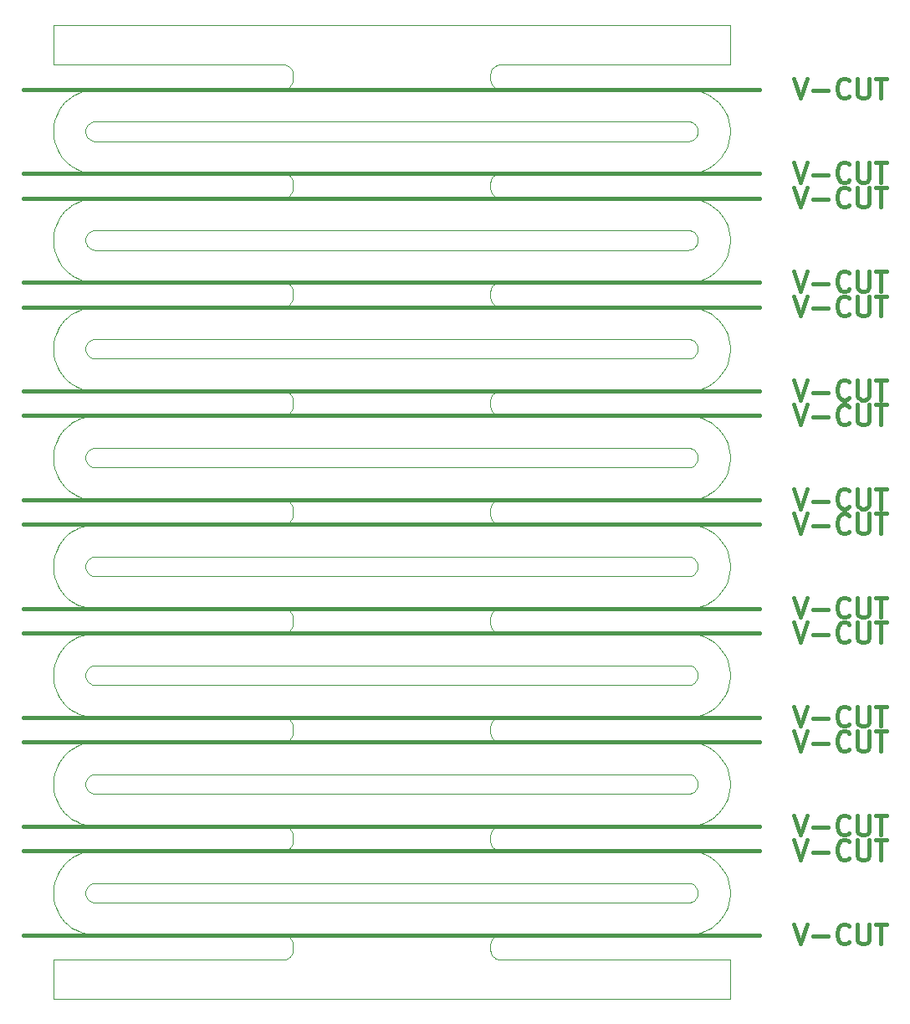
<source format=gbr>
G04 #@! TF.GenerationSoftware,KiCad,Pcbnew,5.1.5+dfsg1-2build2*
G04 #@! TF.CreationDate,2021-10-10T04:01:18+00:00*
G04 #@! TF.ProjectId,bobbin_top_3.3,626f6262-696e-45f7-946f-705f332e332e,rev?*
G04 #@! TF.SameCoordinates,Original*
G04 #@! TF.FileFunction,Other,Comment*
%FSLAX46Y46*%
G04 Gerber Fmt 4.6, Leading zero omitted, Abs format (unit mm)*
G04 Created by KiCad (PCBNEW 5.1.5+dfsg1-2build2) date 2021-10-10 04:01:18*
%MOMM*%
%LPD*%
G04 APERTURE LIST*
%ADD10C,0.400000*%
G04 #@! TA.AperFunction,Profile*
%ADD11C,0.100000*%
G04 #@! TD*
G04 APERTURE END LIST*
D10*
X124946021Y-112404761D02*
X125612687Y-114404761D01*
X126279354Y-112404761D01*
X126946021Y-113642857D02*
X128469830Y-113642857D01*
X130565068Y-114214285D02*
X130469830Y-114309523D01*
X130184116Y-114404761D01*
X129993640Y-114404761D01*
X129707925Y-114309523D01*
X129517449Y-114119047D01*
X129422211Y-113928571D01*
X129326973Y-113547619D01*
X129326973Y-113261904D01*
X129422211Y-112880952D01*
X129517449Y-112690476D01*
X129707925Y-112500000D01*
X129993640Y-112404761D01*
X130184116Y-112404761D01*
X130469830Y-112500000D01*
X130565068Y-112595238D01*
X131422211Y-112404761D02*
X131422211Y-114023809D01*
X131517449Y-114214285D01*
X131612687Y-114309523D01*
X131803164Y-114404761D01*
X132184116Y-114404761D01*
X132374592Y-114309523D01*
X132469830Y-114214285D01*
X132565068Y-114023809D01*
X132565068Y-112404761D01*
X133231735Y-112404761D02*
X134374592Y-112404761D01*
X133803164Y-114404761D02*
X133803164Y-112404761D01*
X47004455Y-113500000D02*
X121495545Y-113500000D01*
X124946021Y-123404761D02*
X125612687Y-125404761D01*
X126279354Y-123404761D01*
X126946021Y-124642857D02*
X128469830Y-124642857D01*
X130565068Y-125214285D02*
X130469830Y-125309523D01*
X130184116Y-125404761D01*
X129993640Y-125404761D01*
X129707925Y-125309523D01*
X129517449Y-125119047D01*
X129422211Y-124928571D01*
X129326973Y-124547619D01*
X129326973Y-124261904D01*
X129422211Y-123880952D01*
X129517449Y-123690476D01*
X129707925Y-123500000D01*
X129993640Y-123404761D01*
X130184116Y-123404761D01*
X130469830Y-123500000D01*
X130565068Y-123595238D01*
X131422211Y-123404761D02*
X131422211Y-125023809D01*
X131517449Y-125214285D01*
X131612687Y-125309523D01*
X131803164Y-125404761D01*
X132184116Y-125404761D01*
X132374592Y-125309523D01*
X132469830Y-125214285D01*
X132565068Y-125023809D01*
X132565068Y-123404761D01*
X133231735Y-123404761D02*
X134374592Y-123404761D01*
X133803164Y-125404761D02*
X133803164Y-123404761D01*
X47004455Y-124500000D02*
X121495545Y-124500000D01*
X124946021Y-125904761D02*
X125612687Y-127904761D01*
X126279354Y-125904761D01*
X126946021Y-127142857D02*
X128469830Y-127142857D01*
X130565068Y-127714285D02*
X130469830Y-127809523D01*
X130184116Y-127904761D01*
X129993640Y-127904761D01*
X129707925Y-127809523D01*
X129517449Y-127619047D01*
X129422211Y-127428571D01*
X129326973Y-127047619D01*
X129326973Y-126761904D01*
X129422211Y-126380952D01*
X129517449Y-126190476D01*
X129707925Y-126000000D01*
X129993640Y-125904761D01*
X130184116Y-125904761D01*
X130469830Y-126000000D01*
X130565068Y-126095238D01*
X131422211Y-125904761D02*
X131422211Y-127523809D01*
X131517449Y-127714285D01*
X131612687Y-127809523D01*
X131803164Y-127904761D01*
X132184116Y-127904761D01*
X132374592Y-127809523D01*
X132469830Y-127714285D01*
X132565068Y-127523809D01*
X132565068Y-125904761D01*
X133231735Y-125904761D02*
X134374592Y-125904761D01*
X133803164Y-127904761D02*
X133803164Y-125904761D01*
X47004455Y-127000000D02*
X121495545Y-127000000D01*
X124946021Y-134404761D02*
X125612687Y-136404761D01*
X126279354Y-134404761D01*
X126946021Y-135642857D02*
X128469830Y-135642857D01*
X130565068Y-136214285D02*
X130469830Y-136309523D01*
X130184116Y-136404761D01*
X129993640Y-136404761D01*
X129707925Y-136309523D01*
X129517449Y-136119047D01*
X129422211Y-135928571D01*
X129326973Y-135547619D01*
X129326973Y-135261904D01*
X129422211Y-134880952D01*
X129517449Y-134690476D01*
X129707925Y-134500000D01*
X129993640Y-134404761D01*
X130184116Y-134404761D01*
X130469830Y-134500000D01*
X130565068Y-134595238D01*
X131422211Y-134404761D02*
X131422211Y-136023809D01*
X131517449Y-136214285D01*
X131612687Y-136309523D01*
X131803164Y-136404761D01*
X132184116Y-136404761D01*
X132374592Y-136309523D01*
X132469830Y-136214285D01*
X132565068Y-136023809D01*
X132565068Y-134404761D01*
X133231735Y-134404761D02*
X134374592Y-134404761D01*
X133803164Y-136404761D02*
X133803164Y-134404761D01*
X47004455Y-135500000D02*
X121495545Y-135500000D01*
X124946021Y-114904761D02*
X125612687Y-116904761D01*
X126279354Y-114904761D01*
X126946021Y-116142857D02*
X128469830Y-116142857D01*
X130565068Y-116714285D02*
X130469830Y-116809523D01*
X130184116Y-116904761D01*
X129993640Y-116904761D01*
X129707925Y-116809523D01*
X129517449Y-116619047D01*
X129422211Y-116428571D01*
X129326973Y-116047619D01*
X129326973Y-115761904D01*
X129422211Y-115380952D01*
X129517449Y-115190476D01*
X129707925Y-115000000D01*
X129993640Y-114904761D01*
X130184116Y-114904761D01*
X130469830Y-115000000D01*
X130565068Y-115095238D01*
X131422211Y-114904761D02*
X131422211Y-116523809D01*
X131517449Y-116714285D01*
X131612687Y-116809523D01*
X131803164Y-116904761D01*
X132184116Y-116904761D01*
X132374592Y-116809523D01*
X132469830Y-116714285D01*
X132565068Y-116523809D01*
X132565068Y-114904761D01*
X133231735Y-114904761D02*
X134374592Y-114904761D01*
X133803164Y-116904761D02*
X133803164Y-114904761D01*
X47004455Y-116000000D02*
X121495545Y-116000000D01*
X124946021Y-103904761D02*
X125612687Y-105904761D01*
X126279354Y-103904761D01*
X126946021Y-105142857D02*
X128469830Y-105142857D01*
X130565068Y-105714285D02*
X130469830Y-105809523D01*
X130184116Y-105904761D01*
X129993640Y-105904761D01*
X129707925Y-105809523D01*
X129517449Y-105619047D01*
X129422211Y-105428571D01*
X129326973Y-105047619D01*
X129326973Y-104761904D01*
X129422211Y-104380952D01*
X129517449Y-104190476D01*
X129707925Y-104000000D01*
X129993640Y-103904761D01*
X130184116Y-103904761D01*
X130469830Y-104000000D01*
X130565068Y-104095238D01*
X131422211Y-103904761D02*
X131422211Y-105523809D01*
X131517449Y-105714285D01*
X131612687Y-105809523D01*
X131803164Y-105904761D01*
X132184116Y-105904761D01*
X132374592Y-105809523D01*
X132469830Y-105714285D01*
X132565068Y-105523809D01*
X132565068Y-103904761D01*
X133231735Y-103904761D02*
X134374592Y-103904761D01*
X133803164Y-105904761D02*
X133803164Y-103904761D01*
X47004455Y-105000000D02*
X121495545Y-105000000D01*
X124946021Y-101404761D02*
X125612687Y-103404761D01*
X126279354Y-101404761D01*
X126946021Y-102642857D02*
X128469830Y-102642857D01*
X130565068Y-103214285D02*
X130469830Y-103309523D01*
X130184116Y-103404761D01*
X129993640Y-103404761D01*
X129707925Y-103309523D01*
X129517449Y-103119047D01*
X129422211Y-102928571D01*
X129326973Y-102547619D01*
X129326973Y-102261904D01*
X129422211Y-101880952D01*
X129517449Y-101690476D01*
X129707925Y-101500000D01*
X129993640Y-101404761D01*
X130184116Y-101404761D01*
X130469830Y-101500000D01*
X130565068Y-101595238D01*
X131422211Y-101404761D02*
X131422211Y-103023809D01*
X131517449Y-103214285D01*
X131612687Y-103309523D01*
X131803164Y-103404761D01*
X132184116Y-103404761D01*
X132374592Y-103309523D01*
X132469830Y-103214285D01*
X132565068Y-103023809D01*
X132565068Y-101404761D01*
X133231735Y-101404761D02*
X134374592Y-101404761D01*
X133803164Y-103404761D02*
X133803164Y-101404761D01*
X47004455Y-102500000D02*
X121495545Y-102500000D01*
X124946021Y-92904761D02*
X125612687Y-94904761D01*
X126279354Y-92904761D01*
X126946021Y-94142857D02*
X128469830Y-94142857D01*
X130565068Y-94714285D02*
X130469830Y-94809523D01*
X130184116Y-94904761D01*
X129993640Y-94904761D01*
X129707925Y-94809523D01*
X129517449Y-94619047D01*
X129422211Y-94428571D01*
X129326973Y-94047619D01*
X129326973Y-93761904D01*
X129422211Y-93380952D01*
X129517449Y-93190476D01*
X129707925Y-93000000D01*
X129993640Y-92904761D01*
X130184116Y-92904761D01*
X130469830Y-93000000D01*
X130565068Y-93095238D01*
X131422211Y-92904761D02*
X131422211Y-94523809D01*
X131517449Y-94714285D01*
X131612687Y-94809523D01*
X131803164Y-94904761D01*
X132184116Y-94904761D01*
X132374592Y-94809523D01*
X132469830Y-94714285D01*
X132565068Y-94523809D01*
X132565068Y-92904761D01*
X133231735Y-92904761D02*
X134374592Y-92904761D01*
X133803164Y-94904761D02*
X133803164Y-92904761D01*
X47004455Y-94000000D02*
X121495545Y-94000000D01*
X124946021Y-90404761D02*
X125612687Y-92404761D01*
X126279354Y-90404761D01*
X126946021Y-91642857D02*
X128469830Y-91642857D01*
X130565068Y-92214285D02*
X130469830Y-92309523D01*
X130184116Y-92404761D01*
X129993640Y-92404761D01*
X129707925Y-92309523D01*
X129517449Y-92119047D01*
X129422211Y-91928571D01*
X129326973Y-91547619D01*
X129326973Y-91261904D01*
X129422211Y-90880952D01*
X129517449Y-90690476D01*
X129707925Y-90500000D01*
X129993640Y-90404761D01*
X130184116Y-90404761D01*
X130469830Y-90500000D01*
X130565068Y-90595238D01*
X131422211Y-90404761D02*
X131422211Y-92023809D01*
X131517449Y-92214285D01*
X131612687Y-92309523D01*
X131803164Y-92404761D01*
X132184116Y-92404761D01*
X132374592Y-92309523D01*
X132469830Y-92214285D01*
X132565068Y-92023809D01*
X132565068Y-90404761D01*
X133231735Y-90404761D02*
X134374592Y-90404761D01*
X133803164Y-92404761D02*
X133803164Y-90404761D01*
X47004455Y-91500000D02*
X121495545Y-91500000D01*
X124946021Y-81904761D02*
X125612687Y-83904761D01*
X126279354Y-81904761D01*
X126946021Y-83142857D02*
X128469830Y-83142857D01*
X130565068Y-83714285D02*
X130469830Y-83809523D01*
X130184116Y-83904761D01*
X129993640Y-83904761D01*
X129707925Y-83809523D01*
X129517449Y-83619047D01*
X129422211Y-83428571D01*
X129326973Y-83047619D01*
X129326973Y-82761904D01*
X129422211Y-82380952D01*
X129517449Y-82190476D01*
X129707925Y-82000000D01*
X129993640Y-81904761D01*
X130184116Y-81904761D01*
X130469830Y-82000000D01*
X130565068Y-82095238D01*
X131422211Y-81904761D02*
X131422211Y-83523809D01*
X131517449Y-83714285D01*
X131612687Y-83809523D01*
X131803164Y-83904761D01*
X132184116Y-83904761D01*
X132374592Y-83809523D01*
X132469830Y-83714285D01*
X132565068Y-83523809D01*
X132565068Y-81904761D01*
X133231735Y-81904761D02*
X134374592Y-81904761D01*
X133803164Y-83904761D02*
X133803164Y-81904761D01*
X47004455Y-83000000D02*
X121495545Y-83000000D01*
X124946021Y-79404761D02*
X125612687Y-81404761D01*
X126279354Y-79404761D01*
X126946021Y-80642857D02*
X128469830Y-80642857D01*
X130565068Y-81214285D02*
X130469830Y-81309523D01*
X130184116Y-81404761D01*
X129993640Y-81404761D01*
X129707925Y-81309523D01*
X129517449Y-81119047D01*
X129422211Y-80928571D01*
X129326973Y-80547619D01*
X129326973Y-80261904D01*
X129422211Y-79880952D01*
X129517449Y-79690476D01*
X129707925Y-79500000D01*
X129993640Y-79404761D01*
X130184116Y-79404761D01*
X130469830Y-79500000D01*
X130565068Y-79595238D01*
X131422211Y-79404761D02*
X131422211Y-81023809D01*
X131517449Y-81214285D01*
X131612687Y-81309523D01*
X131803164Y-81404761D01*
X132184116Y-81404761D01*
X132374592Y-81309523D01*
X132469830Y-81214285D01*
X132565068Y-81023809D01*
X132565068Y-79404761D01*
X133231735Y-79404761D02*
X134374592Y-79404761D01*
X133803164Y-81404761D02*
X133803164Y-79404761D01*
X47004455Y-80500000D02*
X121495545Y-80500000D01*
X124946021Y-57404761D02*
X125612687Y-59404761D01*
X126279354Y-57404761D01*
X126946021Y-58642857D02*
X128469830Y-58642857D01*
X130565068Y-59214285D02*
X130469830Y-59309523D01*
X130184116Y-59404761D01*
X129993640Y-59404761D01*
X129707925Y-59309523D01*
X129517449Y-59119047D01*
X129422211Y-58928571D01*
X129326973Y-58547619D01*
X129326973Y-58261904D01*
X129422211Y-57880952D01*
X129517449Y-57690476D01*
X129707925Y-57500000D01*
X129993640Y-57404761D01*
X130184116Y-57404761D01*
X130469830Y-57500000D01*
X130565068Y-57595238D01*
X131422211Y-57404761D02*
X131422211Y-59023809D01*
X131517449Y-59214285D01*
X131612687Y-59309523D01*
X131803164Y-59404761D01*
X132184116Y-59404761D01*
X132374592Y-59309523D01*
X132469830Y-59214285D01*
X132565068Y-59023809D01*
X132565068Y-57404761D01*
X133231735Y-57404761D02*
X134374592Y-57404761D01*
X133803164Y-59404761D02*
X133803164Y-57404761D01*
X47004455Y-58500000D02*
X121495545Y-58500000D01*
X124946021Y-68404761D02*
X125612687Y-70404761D01*
X126279354Y-68404761D01*
X126946021Y-69642857D02*
X128469830Y-69642857D01*
X130565068Y-70214285D02*
X130469830Y-70309523D01*
X130184116Y-70404761D01*
X129993640Y-70404761D01*
X129707925Y-70309523D01*
X129517449Y-70119047D01*
X129422211Y-69928571D01*
X129326973Y-69547619D01*
X129326973Y-69261904D01*
X129422211Y-68880952D01*
X129517449Y-68690476D01*
X129707925Y-68500000D01*
X129993640Y-68404761D01*
X130184116Y-68404761D01*
X130469830Y-68500000D01*
X130565068Y-68595238D01*
X131422211Y-68404761D02*
X131422211Y-70023809D01*
X131517449Y-70214285D01*
X131612687Y-70309523D01*
X131803164Y-70404761D01*
X132184116Y-70404761D01*
X132374592Y-70309523D01*
X132469830Y-70214285D01*
X132565068Y-70023809D01*
X132565068Y-68404761D01*
X133231735Y-68404761D02*
X134374592Y-68404761D01*
X133803164Y-70404761D02*
X133803164Y-68404761D01*
X47004455Y-69500000D02*
X121495545Y-69500000D01*
X124946021Y-59904761D02*
X125612687Y-61904761D01*
X126279354Y-59904761D01*
X126946021Y-61142857D02*
X128469830Y-61142857D01*
X130565068Y-61714285D02*
X130469830Y-61809523D01*
X130184116Y-61904761D01*
X129993640Y-61904761D01*
X129707925Y-61809523D01*
X129517449Y-61619047D01*
X129422211Y-61428571D01*
X129326973Y-61047619D01*
X129326973Y-60761904D01*
X129422211Y-60380952D01*
X129517449Y-60190476D01*
X129707925Y-60000000D01*
X129993640Y-59904761D01*
X130184116Y-59904761D01*
X130469830Y-60000000D01*
X130565068Y-60095238D01*
X131422211Y-59904761D02*
X131422211Y-61523809D01*
X131517449Y-61714285D01*
X131612687Y-61809523D01*
X131803164Y-61904761D01*
X132184116Y-61904761D01*
X132374592Y-61809523D01*
X132469830Y-61714285D01*
X132565068Y-61523809D01*
X132565068Y-59904761D01*
X133231735Y-59904761D02*
X134374592Y-59904761D01*
X133803164Y-61904761D02*
X133803164Y-59904761D01*
X47004455Y-61000000D02*
X121495545Y-61000000D01*
X124946021Y-70904761D02*
X125612687Y-72904761D01*
X126279354Y-70904761D01*
X126946021Y-72142857D02*
X128469830Y-72142857D01*
X130565068Y-72714285D02*
X130469830Y-72809523D01*
X130184116Y-72904761D01*
X129993640Y-72904761D01*
X129707925Y-72809523D01*
X129517449Y-72619047D01*
X129422211Y-72428571D01*
X129326973Y-72047619D01*
X129326973Y-71761904D01*
X129422211Y-71380952D01*
X129517449Y-71190476D01*
X129707925Y-71000000D01*
X129993640Y-70904761D01*
X130184116Y-70904761D01*
X130469830Y-71000000D01*
X130565068Y-71095238D01*
X131422211Y-70904761D02*
X131422211Y-72523809D01*
X131517449Y-72714285D01*
X131612687Y-72809523D01*
X131803164Y-72904761D01*
X132184116Y-72904761D01*
X132374592Y-72809523D01*
X132469830Y-72714285D01*
X132565068Y-72523809D01*
X132565068Y-70904761D01*
X133231735Y-70904761D02*
X134374592Y-70904761D01*
X133803164Y-72904761D02*
X133803164Y-70904761D01*
X47004455Y-72000000D02*
X121495545Y-72000000D01*
X124946021Y-48904761D02*
X125612687Y-50904761D01*
X126279354Y-48904761D01*
X126946021Y-50142857D02*
X128469830Y-50142857D01*
X130565068Y-50714285D02*
X130469830Y-50809523D01*
X130184116Y-50904761D01*
X129993640Y-50904761D01*
X129707925Y-50809523D01*
X129517449Y-50619047D01*
X129422211Y-50428571D01*
X129326973Y-50047619D01*
X129326973Y-49761904D01*
X129422211Y-49380952D01*
X129517449Y-49190476D01*
X129707925Y-49000000D01*
X129993640Y-48904761D01*
X130184116Y-48904761D01*
X130469830Y-49000000D01*
X130565068Y-49095238D01*
X131422211Y-48904761D02*
X131422211Y-50523809D01*
X131517449Y-50714285D01*
X131612687Y-50809523D01*
X131803164Y-50904761D01*
X132184116Y-50904761D01*
X132374592Y-50809523D01*
X132469830Y-50714285D01*
X132565068Y-50523809D01*
X132565068Y-48904761D01*
X133231735Y-48904761D02*
X134374592Y-48904761D01*
X133803164Y-50904761D02*
X133803164Y-48904761D01*
X47004455Y-50000000D02*
X121495545Y-50000000D01*
D11*
X114499900Y-121216000D02*
X114401200Y-121236200D01*
X114596400Y-121185700D02*
X114499900Y-121216000D01*
X114689300Y-121145900D02*
X114596400Y-121185700D01*
X114777600Y-121096800D02*
X114689300Y-121145900D01*
X114860800Y-121038900D02*
X114777600Y-121096800D01*
X114937500Y-120973100D02*
X114860800Y-121038900D01*
X115007100Y-120899800D02*
X114937500Y-120973100D01*
X115069000Y-120819900D02*
X115007100Y-120899800D01*
X115122400Y-120734100D02*
X115069000Y-120819900D01*
X115166900Y-120643400D02*
X115122400Y-120734100D01*
X115202000Y-120548600D02*
X115166900Y-120643400D01*
X115227300Y-120450800D02*
X115202000Y-120548600D01*
X115242600Y-120350800D02*
X115227300Y-120450800D01*
X115247700Y-120249900D02*
X115242600Y-120350800D01*
X115242600Y-120149200D02*
X115247700Y-120249900D01*
X115227300Y-120049300D02*
X115242600Y-120149200D01*
X115202000Y-119951500D02*
X115227300Y-120049300D01*
X115166900Y-119856700D02*
X115202000Y-119951500D01*
X115122400Y-119766000D02*
X115166900Y-119856700D01*
X115069000Y-119680200D02*
X115122400Y-119766000D01*
X115007100Y-119600300D02*
X115069000Y-119680200D01*
X114937300Y-119526800D02*
X115007100Y-119600300D01*
X114860600Y-119461000D02*
X114937300Y-119526800D01*
X114777600Y-119403300D02*
X114860600Y-119461000D01*
X114689300Y-119354200D02*
X114777600Y-119403300D01*
X114596600Y-119314500D02*
X114689300Y-119354200D01*
X114500200Y-119284200D02*
X114596600Y-119314500D01*
X114401200Y-119263900D02*
X114500200Y-119284200D01*
X114300700Y-119253600D02*
X114401200Y-119263900D01*
X114224800Y-119251000D02*
X114300700Y-119253600D01*
X54275500Y-119251000D02*
X114224800Y-119251000D01*
X54199100Y-119253600D02*
X54275500Y-119251000D01*
X54098800Y-119263900D02*
X54199100Y-119253600D01*
X53999800Y-119284200D02*
X54098800Y-119263900D01*
X53903400Y-119314500D02*
X53999800Y-119284200D01*
X53810500Y-119354400D02*
X53903400Y-119314500D01*
X53722100Y-119403400D02*
X53810500Y-119354400D01*
X53639200Y-119461200D02*
X53722100Y-119403400D01*
X53562500Y-119527000D02*
X53639200Y-119461200D01*
X53492900Y-119600300D02*
X53562500Y-119527000D01*
X53431000Y-119680200D02*
X53492900Y-119600300D01*
X53377600Y-119766000D02*
X53431000Y-119680200D01*
X53333100Y-119856700D02*
X53377600Y-119766000D01*
X53298100Y-119951200D02*
X53333100Y-119856700D01*
X53272700Y-120049100D02*
X53298100Y-119951200D01*
X53257400Y-120149000D02*
X53272700Y-120049100D01*
X53252300Y-120249900D02*
X53257400Y-120149000D01*
X53257400Y-120350800D02*
X53252300Y-120249900D01*
X53272700Y-120450800D02*
X53257400Y-120350800D01*
X53298000Y-120548600D02*
X53272700Y-120450800D01*
X53333100Y-120643400D02*
X53298000Y-120548600D01*
X53377600Y-120734100D02*
X53333100Y-120643400D01*
X53431000Y-120819900D02*
X53377600Y-120734100D01*
X53492900Y-120899800D02*
X53431000Y-120819900D01*
X53562500Y-120973100D02*
X53492900Y-120899800D01*
X53639200Y-121038900D02*
X53562500Y-120973100D01*
X53722100Y-121096700D02*
X53639200Y-121038900D01*
X53810500Y-121145700D02*
X53722100Y-121096700D01*
X53903400Y-121185600D02*
X53810500Y-121145700D01*
X53999800Y-121215900D02*
X53903400Y-121185600D01*
X54098800Y-121236200D02*
X53999800Y-121215900D01*
X54199300Y-121246500D02*
X54098800Y-121236200D01*
X54275200Y-121249000D02*
X54199300Y-121246500D01*
X114225000Y-121249000D02*
X54275200Y-121249000D01*
X114300400Y-121246500D02*
X114225000Y-121249000D01*
X114401200Y-121236200D02*
X114300400Y-121246500D01*
X114499900Y-110215900D02*
X114401100Y-110236200D01*
X114596400Y-110185700D02*
X114499900Y-110215900D01*
X114689300Y-110145900D02*
X114596400Y-110185700D01*
X114777600Y-110096800D02*
X114689300Y-110145900D01*
X114860800Y-110038900D02*
X114777600Y-110096800D01*
X114937500Y-109973100D02*
X114860800Y-110038900D01*
X115007100Y-109899800D02*
X114937500Y-109973100D01*
X115069000Y-109819900D02*
X115007100Y-109899800D01*
X115122400Y-109734100D02*
X115069000Y-109819900D01*
X115166900Y-109643400D02*
X115122400Y-109734100D01*
X115202000Y-109548600D02*
X115166900Y-109643400D01*
X115227300Y-109450700D02*
X115202000Y-109548600D01*
X115242600Y-109350800D02*
X115227300Y-109450700D01*
X115247700Y-109249900D02*
X115242600Y-109350800D01*
X115242600Y-109149200D02*
X115247700Y-109249900D01*
X115227300Y-109049300D02*
X115242600Y-109149200D01*
X115202000Y-108951500D02*
X115227300Y-109049300D01*
X115166900Y-108856700D02*
X115202000Y-108951500D01*
X115122400Y-108766000D02*
X115166900Y-108856700D01*
X115069000Y-108680200D02*
X115122400Y-108766000D01*
X115007100Y-108600300D02*
X115069000Y-108680200D01*
X114937300Y-108526800D02*
X115007100Y-108600300D01*
X114860600Y-108461000D02*
X114937300Y-108526800D01*
X114777600Y-108403300D02*
X114860600Y-108461000D01*
X114689300Y-108354200D02*
X114777600Y-108403300D01*
X114596600Y-108314500D02*
X114689300Y-108354200D01*
X114500200Y-108284200D02*
X114596600Y-108314500D01*
X114401200Y-108263900D02*
X114500200Y-108284200D01*
X114300700Y-108253600D02*
X114401200Y-108263900D01*
X114224800Y-108251000D02*
X114300700Y-108253600D01*
X54275400Y-108251000D02*
X114224800Y-108251000D01*
X54199100Y-108253600D02*
X54275400Y-108251000D01*
X54098800Y-108263900D02*
X54199100Y-108253600D01*
X53999800Y-108284200D02*
X54098800Y-108263900D01*
X53903400Y-108314500D02*
X53999800Y-108284200D01*
X53810500Y-108354300D02*
X53903400Y-108314500D01*
X53722100Y-108403400D02*
X53810500Y-108354300D01*
X53639200Y-108461200D02*
X53722100Y-108403400D01*
X53562500Y-108527000D02*
X53639200Y-108461200D01*
X53492900Y-108600300D02*
X53562500Y-108527000D01*
X53431000Y-108680200D02*
X53492900Y-108600300D01*
X53377600Y-108766000D02*
X53431000Y-108680200D01*
X53333100Y-108856700D02*
X53377600Y-108766000D01*
X53298100Y-108951200D02*
X53333100Y-108856700D01*
X53272700Y-109049100D02*
X53298100Y-108951200D01*
X53257400Y-109149000D02*
X53272700Y-109049100D01*
X53252300Y-109249900D02*
X53257400Y-109149000D01*
X53257400Y-109350800D02*
X53252300Y-109249900D01*
X53272700Y-109450700D02*
X53257400Y-109350800D01*
X53298000Y-109548600D02*
X53272700Y-109450700D01*
X53333100Y-109643400D02*
X53298000Y-109548600D01*
X53377600Y-109734100D02*
X53333100Y-109643400D01*
X53431000Y-109819900D02*
X53377600Y-109734100D01*
X53492900Y-109899800D02*
X53431000Y-109819900D01*
X53562500Y-109973100D02*
X53492900Y-109899800D01*
X53639200Y-110038900D02*
X53562500Y-109973100D01*
X53722100Y-110096700D02*
X53639200Y-110038900D01*
X53810500Y-110145700D02*
X53722100Y-110096700D01*
X53903400Y-110185600D02*
X53810500Y-110145700D01*
X53999800Y-110215900D02*
X53903400Y-110185600D01*
X54098800Y-110236200D02*
X53999800Y-110215900D01*
X54199300Y-110246500D02*
X54098800Y-110236200D01*
X54275200Y-110249000D02*
X54199300Y-110246500D01*
X114225000Y-110249000D02*
X54275200Y-110249000D01*
X114300500Y-110246500D02*
X114225000Y-110249000D01*
X114401100Y-110236200D02*
X114300500Y-110246500D01*
X114499900Y-99215900D02*
X114401100Y-99236200D01*
X114596400Y-99185700D02*
X114499900Y-99215900D01*
X114689300Y-99145800D02*
X114596400Y-99185700D01*
X114777600Y-99096800D02*
X114689300Y-99145800D01*
X114860800Y-99038900D02*
X114777600Y-99096800D01*
X114937500Y-98973100D02*
X114860800Y-99038900D01*
X115007100Y-98899800D02*
X114937500Y-98973100D01*
X115069000Y-98819900D02*
X115007100Y-98899800D01*
X115122400Y-98734100D02*
X115069000Y-98819900D01*
X115166900Y-98643400D02*
X115122400Y-98734100D01*
X115202000Y-98548600D02*
X115166900Y-98643400D01*
X115227300Y-98450700D02*
X115202000Y-98548600D01*
X115242600Y-98350800D02*
X115227300Y-98450700D01*
X115247700Y-98249900D02*
X115242600Y-98350800D01*
X115242600Y-98149200D02*
X115247700Y-98249900D01*
X115227300Y-98049300D02*
X115242600Y-98149200D01*
X115202000Y-97951500D02*
X115227300Y-98049300D01*
X115166900Y-97856700D02*
X115202000Y-97951500D01*
X115122400Y-97766000D02*
X115166900Y-97856700D01*
X115069000Y-97680200D02*
X115122400Y-97766000D01*
X115007100Y-97600300D02*
X115069000Y-97680200D01*
X114937300Y-97526800D02*
X115007100Y-97600300D01*
X114860600Y-97461000D02*
X114937300Y-97526800D01*
X114777600Y-97403300D02*
X114860600Y-97461000D01*
X114689300Y-97354200D02*
X114777600Y-97403300D01*
X114596600Y-97314500D02*
X114689300Y-97354200D01*
X114500200Y-97284200D02*
X114596600Y-97314500D01*
X114401200Y-97263800D02*
X114500200Y-97284200D01*
X114300700Y-97253600D02*
X114401200Y-97263800D01*
X114224800Y-97251000D02*
X114300700Y-97253600D01*
X54275400Y-97251000D02*
X114224800Y-97251000D01*
X54199200Y-97253600D02*
X54275400Y-97251000D01*
X54098800Y-97263800D02*
X54199200Y-97253600D01*
X53999800Y-97284200D02*
X54098800Y-97263800D01*
X53903400Y-97314500D02*
X53999800Y-97284200D01*
X53810500Y-97354300D02*
X53903400Y-97314500D01*
X53722100Y-97403400D02*
X53810500Y-97354300D01*
X53639200Y-97461100D02*
X53722100Y-97403400D01*
X53562500Y-97527000D02*
X53639200Y-97461100D01*
X53492900Y-97600300D02*
X53562500Y-97527000D01*
X53431000Y-97680200D02*
X53492900Y-97600300D01*
X53377600Y-97766000D02*
X53431000Y-97680200D01*
X53333100Y-97856700D02*
X53377600Y-97766000D01*
X53298100Y-97951200D02*
X53333100Y-97856700D01*
X53272700Y-98049100D02*
X53298100Y-97951200D01*
X53257400Y-98149000D02*
X53272700Y-98049100D01*
X53252300Y-98249900D02*
X53257400Y-98149000D01*
X53257400Y-98350800D02*
X53252300Y-98249900D01*
X53272700Y-98450700D02*
X53257400Y-98350800D01*
X53298000Y-98548600D02*
X53272700Y-98450700D01*
X53333100Y-98643400D02*
X53298000Y-98548600D01*
X53377600Y-98734100D02*
X53333100Y-98643400D01*
X53431000Y-98819900D02*
X53377600Y-98734100D01*
X53492900Y-98899800D02*
X53431000Y-98819900D01*
X53562500Y-98973100D02*
X53492900Y-98899800D01*
X53639200Y-99038900D02*
X53562500Y-98973100D01*
X53722100Y-99096700D02*
X53639200Y-99038900D01*
X53810500Y-99145700D02*
X53722100Y-99096700D01*
X53903400Y-99185600D02*
X53810500Y-99145700D01*
X53999800Y-99215900D02*
X53903400Y-99185600D01*
X54098800Y-99236200D02*
X53999800Y-99215900D01*
X54199300Y-99246500D02*
X54098800Y-99236200D01*
X54275200Y-99249000D02*
X54199300Y-99246500D01*
X114224900Y-99249000D02*
X54275200Y-99249000D01*
X114300500Y-99246500D02*
X114224900Y-99249000D01*
X114401100Y-99236200D02*
X114300500Y-99246500D01*
X114499900Y-88215900D02*
X114401100Y-88236200D01*
X114596400Y-88185700D02*
X114499900Y-88215900D01*
X114689300Y-88145800D02*
X114596400Y-88185700D01*
X114777600Y-88096800D02*
X114689300Y-88145800D01*
X114860800Y-88038900D02*
X114777600Y-88096800D01*
X114937500Y-87973100D02*
X114860800Y-88038900D01*
X115007100Y-87899800D02*
X114937500Y-87973100D01*
X115069000Y-87819900D02*
X115007100Y-87899800D01*
X115122400Y-87734100D02*
X115069000Y-87819900D01*
X115166900Y-87643400D02*
X115122400Y-87734100D01*
X115202000Y-87548600D02*
X115166900Y-87643400D01*
X115227300Y-87450700D02*
X115202000Y-87548600D01*
X115242600Y-87350800D02*
X115227300Y-87450700D01*
X115247700Y-87249900D02*
X115242600Y-87350800D01*
X115242600Y-87149200D02*
X115247700Y-87249900D01*
X115227300Y-87049300D02*
X115242600Y-87149200D01*
X115202000Y-86951500D02*
X115227300Y-87049300D01*
X115166900Y-86856700D02*
X115202000Y-86951500D01*
X115122400Y-86766000D02*
X115166900Y-86856700D01*
X115069000Y-86680200D02*
X115122400Y-86766000D01*
X115007100Y-86600200D02*
X115069000Y-86680200D01*
X114937300Y-86526800D02*
X115007100Y-86600200D01*
X114860600Y-86461000D02*
X114937300Y-86526800D01*
X114777600Y-86403200D02*
X114860600Y-86461000D01*
X114689300Y-86354200D02*
X114777600Y-86403200D01*
X114596600Y-86314500D02*
X114689300Y-86354200D01*
X114500200Y-86284200D02*
X114596600Y-86314500D01*
X114401200Y-86263800D02*
X114500200Y-86284200D01*
X114300700Y-86253600D02*
X114401200Y-86263800D01*
X114224800Y-86251000D02*
X114300700Y-86253600D01*
X54275400Y-86251000D02*
X114224800Y-86251000D01*
X54199200Y-86253600D02*
X54275400Y-86251000D01*
X54098800Y-86263800D02*
X54199200Y-86253600D01*
X53999800Y-86284200D02*
X54098800Y-86263800D01*
X53903400Y-86314500D02*
X53999800Y-86284200D01*
X53810500Y-86354300D02*
X53903400Y-86314500D01*
X53722100Y-86403400D02*
X53810500Y-86354300D01*
X53639200Y-86461100D02*
X53722100Y-86403400D01*
X53562500Y-86527000D02*
X53639200Y-86461100D01*
X53492900Y-86600200D02*
X53562500Y-86527000D01*
X53431000Y-86680200D02*
X53492900Y-86600200D01*
X53377600Y-86766000D02*
X53431000Y-86680200D01*
X53333100Y-86856700D02*
X53377600Y-86766000D01*
X53298100Y-86951200D02*
X53333100Y-86856700D01*
X53272700Y-87049100D02*
X53298100Y-86951200D01*
X53257400Y-87149000D02*
X53272700Y-87049100D01*
X53252300Y-87249900D02*
X53257400Y-87149000D01*
X53257400Y-87350800D02*
X53252300Y-87249900D01*
X53272700Y-87450700D02*
X53257400Y-87350800D01*
X53298000Y-87548600D02*
X53272700Y-87450700D01*
X53333100Y-87643400D02*
X53298000Y-87548600D01*
X53377600Y-87734100D02*
X53333100Y-87643400D01*
X53431000Y-87819900D02*
X53377600Y-87734100D01*
X53492900Y-87899800D02*
X53431000Y-87819900D01*
X53562500Y-87973100D02*
X53492900Y-87899800D01*
X53639200Y-88038900D02*
X53562500Y-87973100D01*
X53722100Y-88096700D02*
X53639200Y-88038900D01*
X53810500Y-88145700D02*
X53722100Y-88096700D01*
X53903400Y-88185600D02*
X53810500Y-88145700D01*
X53999800Y-88215900D02*
X53903400Y-88185600D01*
X54098800Y-88236200D02*
X53999800Y-88215900D01*
X54199300Y-88246500D02*
X54098800Y-88236200D01*
X54275200Y-88249000D02*
X54199300Y-88246500D01*
X114224900Y-88249000D02*
X54275200Y-88249000D01*
X114300500Y-88246400D02*
X114224900Y-88249000D01*
X114401100Y-88236200D02*
X114300500Y-88246400D01*
X114499900Y-77215900D02*
X114401000Y-77236200D01*
X114596400Y-77185700D02*
X114499900Y-77215900D01*
X114689300Y-77145800D02*
X114596400Y-77185700D01*
X114777600Y-77096800D02*
X114689300Y-77145800D01*
X114860800Y-77038900D02*
X114777600Y-77096800D01*
X114937500Y-76973100D02*
X114860800Y-77038900D01*
X115007100Y-76899800D02*
X114937500Y-76973100D01*
X115069000Y-76819900D02*
X115007100Y-76899800D01*
X115122400Y-76734100D02*
X115069000Y-76819900D01*
X115166900Y-76643300D02*
X115122400Y-76734100D01*
X115202000Y-76548600D02*
X115166900Y-76643300D01*
X115227300Y-76450700D02*
X115202000Y-76548600D01*
X115242600Y-76350800D02*
X115227300Y-76450700D01*
X115247700Y-76249900D02*
X115242600Y-76350800D01*
X115242600Y-76149200D02*
X115247700Y-76249900D01*
X115227300Y-76049300D02*
X115242600Y-76149200D01*
X115202000Y-75951500D02*
X115227300Y-76049300D01*
X115166900Y-75856700D02*
X115202000Y-75951500D01*
X115122400Y-75765900D02*
X115166900Y-75856700D01*
X115069000Y-75680200D02*
X115122400Y-75765900D01*
X115007100Y-75600200D02*
X115069000Y-75680200D01*
X114937300Y-75526800D02*
X115007100Y-75600200D01*
X114860600Y-75461000D02*
X114937300Y-75526800D01*
X114777600Y-75403200D02*
X114860600Y-75461000D01*
X114689300Y-75354200D02*
X114777600Y-75403200D01*
X114596600Y-75314500D02*
X114689300Y-75354200D01*
X114500200Y-75284200D02*
X114596600Y-75314500D01*
X114401200Y-75263800D02*
X114500200Y-75284200D01*
X114300700Y-75253600D02*
X114401200Y-75263800D01*
X114224800Y-75251000D02*
X114300700Y-75253600D01*
X54275300Y-75251000D02*
X114224800Y-75251000D01*
X54199200Y-75253600D02*
X54275300Y-75251000D01*
X54098800Y-75263800D02*
X54199200Y-75253600D01*
X53999800Y-75284200D02*
X54098800Y-75263800D01*
X53903400Y-75314500D02*
X53999800Y-75284200D01*
X53810500Y-75354300D02*
X53903400Y-75314500D01*
X53722100Y-75403400D02*
X53810500Y-75354300D01*
X53639200Y-75461100D02*
X53722100Y-75403400D01*
X53562500Y-75527000D02*
X53639200Y-75461100D01*
X53492900Y-75600200D02*
X53562500Y-75527000D01*
X53431000Y-75680200D02*
X53492900Y-75600200D01*
X53377600Y-75765900D02*
X53431000Y-75680200D01*
X53333100Y-75856700D02*
X53377600Y-75765900D01*
X53298100Y-75951200D02*
X53333100Y-75856700D01*
X53272700Y-76049000D02*
X53298100Y-75951200D01*
X53257400Y-76148900D02*
X53272700Y-76049000D01*
X53252300Y-76249900D02*
X53257400Y-76148900D01*
X53257400Y-76350800D02*
X53252300Y-76249900D01*
X53272700Y-76450700D02*
X53257400Y-76350800D01*
X53298000Y-76548600D02*
X53272700Y-76450700D01*
X53333100Y-76643300D02*
X53298000Y-76548600D01*
X53377600Y-76734100D02*
X53333100Y-76643300D01*
X53431000Y-76819900D02*
X53377600Y-76734100D01*
X53492900Y-76899800D02*
X53431000Y-76819900D01*
X53562500Y-76973100D02*
X53492900Y-76899800D01*
X53639200Y-77038900D02*
X53562500Y-76973100D01*
X53722100Y-77096700D02*
X53639200Y-77038900D01*
X53810500Y-77145700D02*
X53722100Y-77096700D01*
X53903400Y-77185600D02*
X53810500Y-77145700D01*
X53999800Y-77215800D02*
X53903400Y-77185600D01*
X54098800Y-77236200D02*
X53999800Y-77215800D01*
X54199300Y-77246400D02*
X54098800Y-77236200D01*
X54275200Y-77249000D02*
X54199300Y-77246400D01*
X114224800Y-77249000D02*
X54275200Y-77249000D01*
X114300600Y-77246400D02*
X114224800Y-77249000D01*
X114401000Y-77236200D02*
X114300600Y-77246400D01*
X114499900Y-66215900D02*
X114401000Y-66236200D01*
X114596400Y-66185700D02*
X114499900Y-66215900D01*
X114689300Y-66145800D02*
X114596400Y-66185700D01*
X114777600Y-66096800D02*
X114689300Y-66145800D01*
X114860600Y-66039100D02*
X114777600Y-66096800D01*
X114937300Y-65973200D02*
X114860600Y-66039100D01*
X115007100Y-65899800D02*
X114937300Y-65973200D01*
X115069000Y-65819900D02*
X115007100Y-65899800D01*
X115122300Y-65734300D02*
X115069000Y-65819900D01*
X115166800Y-65643600D02*
X115122300Y-65734300D01*
X115201900Y-65548800D02*
X115166800Y-65643600D01*
X115227300Y-65451000D02*
X115201900Y-65548800D01*
X115242600Y-65351100D02*
X115227300Y-65451000D01*
X115247700Y-65250100D02*
X115242600Y-65351100D01*
X115242600Y-65149200D02*
X115247700Y-65250100D01*
X115227300Y-65049300D02*
X115242600Y-65149200D01*
X115202000Y-64951500D02*
X115227300Y-65049300D01*
X115166900Y-64856700D02*
X115202000Y-64951500D01*
X115122400Y-64765900D02*
X115166900Y-64856700D01*
X115069000Y-64680200D02*
X115122400Y-64765900D01*
X115007100Y-64600200D02*
X115069000Y-64680200D01*
X114937300Y-64526800D02*
X115007100Y-64600200D01*
X114860600Y-64461000D02*
X114937300Y-64526800D01*
X114777900Y-64403400D02*
X114860600Y-64461000D01*
X114689500Y-64354300D02*
X114777900Y-64403400D01*
X114596600Y-64314400D02*
X114689500Y-64354300D01*
X114500200Y-64284200D02*
X114596600Y-64314400D01*
X114401200Y-64263800D02*
X114500200Y-64284200D01*
X114300700Y-64253600D02*
X114401200Y-64263800D01*
X114224800Y-64251000D02*
X114300700Y-64253600D01*
X54275300Y-64251000D02*
X114224800Y-64251000D01*
X54199300Y-64253600D02*
X54275300Y-64251000D01*
X54098800Y-64263800D02*
X54199300Y-64253600D01*
X53999800Y-64284200D02*
X54098800Y-64263800D01*
X53903400Y-64314400D02*
X53999800Y-64284200D01*
X53810500Y-64354300D02*
X53903400Y-64314400D01*
X53722100Y-64403400D02*
X53810500Y-64354300D01*
X53639200Y-64461100D02*
X53722100Y-64403400D01*
X53562500Y-64527000D02*
X53639200Y-64461100D01*
X53492900Y-64600200D02*
X53562500Y-64527000D01*
X53431000Y-64680200D02*
X53492900Y-64600200D01*
X53377600Y-64765900D02*
X53431000Y-64680200D01*
X53333100Y-64856700D02*
X53377600Y-64765900D01*
X53298000Y-64951500D02*
X53333100Y-64856700D01*
X53272700Y-65049000D02*
X53298000Y-64951500D01*
X53257400Y-65148900D02*
X53272700Y-65049000D01*
X53252300Y-65249900D02*
X53257400Y-65148900D01*
X53257400Y-65350800D02*
X53252300Y-65249900D01*
X53272700Y-65450700D02*
X53257400Y-65350800D01*
X53298000Y-65548600D02*
X53272700Y-65450700D01*
X53333100Y-65643300D02*
X53298000Y-65548600D01*
X53377600Y-65734100D02*
X53333100Y-65643300D01*
X53431000Y-65819900D02*
X53377600Y-65734100D01*
X53492900Y-65899800D02*
X53431000Y-65819900D01*
X53562500Y-65973100D02*
X53492900Y-65899800D01*
X53639200Y-66038900D02*
X53562500Y-65973100D01*
X53722100Y-66096600D02*
X53639200Y-66038900D01*
X53810500Y-66145700D02*
X53722100Y-66096600D01*
X53903400Y-66185600D02*
X53810500Y-66145700D01*
X53999800Y-66215800D02*
X53903400Y-66185600D01*
X54098800Y-66236200D02*
X53999800Y-66215800D01*
X54199300Y-66246400D02*
X54098800Y-66236200D01*
X54275200Y-66249000D02*
X54199300Y-66246400D01*
X114224800Y-66249000D02*
X54275200Y-66249000D01*
X114300600Y-66246400D02*
X114224800Y-66249000D01*
X114401000Y-66236200D02*
X114300600Y-66246400D01*
X114499900Y-55215900D02*
X114401000Y-55236200D01*
X114596400Y-55185700D02*
X114499900Y-55215900D01*
X114689300Y-55145800D02*
X114596400Y-55185700D01*
X114777600Y-55096800D02*
X114689300Y-55145800D01*
X114860600Y-55039100D02*
X114777600Y-55096800D01*
X114937300Y-54973200D02*
X114860600Y-55039100D01*
X115007100Y-54899800D02*
X114937300Y-54973200D01*
X115069000Y-54819900D02*
X115007100Y-54899800D01*
X115122300Y-54734300D02*
X115069000Y-54819900D01*
X115166800Y-54643600D02*
X115122300Y-54734300D01*
X115201900Y-54548800D02*
X115166800Y-54643600D01*
X115227300Y-54451000D02*
X115201900Y-54548800D01*
X115242600Y-54351100D02*
X115227300Y-54451000D01*
X115247700Y-54250100D02*
X115242600Y-54351100D01*
X115242600Y-54149200D02*
X115247700Y-54250100D01*
X115227300Y-54049300D02*
X115242600Y-54149200D01*
X115202000Y-53951500D02*
X115227300Y-54049300D01*
X115166900Y-53856700D02*
X115202000Y-53951500D01*
X115122400Y-53765900D02*
X115166900Y-53856700D01*
X115069000Y-53680200D02*
X115122400Y-53765900D01*
X115007100Y-53600200D02*
X115069000Y-53680200D01*
X114937300Y-53526800D02*
X115007100Y-53600200D01*
X114860600Y-53460900D02*
X114937300Y-53526800D01*
X114777900Y-53403400D02*
X114860600Y-53460900D01*
X114689500Y-53354300D02*
X114777900Y-53403400D01*
X114596600Y-53314400D02*
X114689500Y-53354300D01*
X114500200Y-53284200D02*
X114596600Y-53314400D01*
X114401200Y-53263800D02*
X114500200Y-53284200D01*
X114300700Y-53253600D02*
X114401200Y-53263800D01*
X114224800Y-53251000D02*
X114300700Y-53253600D01*
X54275200Y-53251000D02*
X114224800Y-53251000D01*
X54199300Y-53253600D02*
X54275200Y-53251000D01*
X54098800Y-53263800D02*
X54199300Y-53253600D01*
X53999800Y-53284200D02*
X54098800Y-53263800D01*
X53903400Y-53314400D02*
X53999800Y-53284200D01*
X53810500Y-53354300D02*
X53903400Y-53314400D01*
X53722100Y-53403400D02*
X53810500Y-53354300D01*
X53639200Y-53461100D02*
X53722100Y-53403400D01*
X53562500Y-53527000D02*
X53639200Y-53461100D01*
X53492900Y-53600200D02*
X53562500Y-53527000D01*
X53431000Y-53680200D02*
X53492900Y-53600200D01*
X53377600Y-53765900D02*
X53431000Y-53680200D01*
X53333100Y-53856700D02*
X53377600Y-53765900D01*
X53298000Y-53951500D02*
X53333100Y-53856700D01*
X53272700Y-54049000D02*
X53298000Y-53951500D01*
X53257400Y-54148900D02*
X53272700Y-54049000D01*
X53252300Y-54249900D02*
X53257400Y-54148900D01*
X53257400Y-54350800D02*
X53252300Y-54249900D01*
X53272700Y-54450700D02*
X53257400Y-54350800D01*
X53298000Y-54548500D02*
X53272700Y-54450700D01*
X53333100Y-54643300D02*
X53298000Y-54548500D01*
X53377600Y-54734100D02*
X53333100Y-54643300D01*
X53431000Y-54819900D02*
X53377600Y-54734100D01*
X53492900Y-54899800D02*
X53431000Y-54819900D01*
X53562500Y-54973000D02*
X53492900Y-54899800D01*
X53639200Y-55038900D02*
X53562500Y-54973000D01*
X53722100Y-55096600D02*
X53639200Y-55038900D01*
X53810500Y-55145700D02*
X53722100Y-55096600D01*
X53903400Y-55185600D02*
X53810500Y-55145700D01*
X53999800Y-55215800D02*
X53903400Y-55185600D01*
X54098800Y-55236200D02*
X53999800Y-55215800D01*
X54199300Y-55246400D02*
X54098800Y-55236200D01*
X54275200Y-55249000D02*
X54199300Y-55246400D01*
X114224800Y-55249000D02*
X54275200Y-55249000D01*
X114300700Y-55246400D02*
X114224800Y-55249000D01*
X114401000Y-55236200D02*
X114300700Y-55246400D01*
X114500200Y-132215900D02*
X114400700Y-132236300D01*
X114596600Y-132185600D02*
X114500200Y-132215900D01*
X114689500Y-132145800D02*
X114596600Y-132185600D01*
X114777900Y-132096700D02*
X114689500Y-132145800D01*
X114860800Y-132038900D02*
X114777900Y-132096700D01*
X114937500Y-131973100D02*
X114860800Y-132038900D01*
X115007100Y-131899800D02*
X114937500Y-131973100D01*
X115069000Y-131819900D02*
X115007100Y-131899800D01*
X115122400Y-131734100D02*
X115069000Y-131819900D01*
X115166900Y-131643400D02*
X115122400Y-131734100D01*
X115202000Y-131548600D02*
X115166900Y-131643400D01*
X115227300Y-131450800D02*
X115202000Y-131548600D01*
X115242600Y-131350900D02*
X115227300Y-131450800D01*
X115247700Y-131249900D02*
X115242600Y-131350900D01*
X115242600Y-131149300D02*
X115247700Y-131249900D01*
X115227300Y-131049400D02*
X115242600Y-131149300D01*
X115202000Y-130951500D02*
X115227300Y-131049400D01*
X115166900Y-130856700D02*
X115202000Y-130951500D01*
X115122400Y-130766000D02*
X115166900Y-130856700D01*
X115069000Y-130680200D02*
X115122400Y-130766000D01*
X115007100Y-130600300D02*
X115069000Y-130680200D01*
X114937300Y-130526800D02*
X115007100Y-130600300D01*
X114860600Y-130461000D02*
X114937300Y-130526800D01*
X114777600Y-130403300D02*
X114860600Y-130461000D01*
X114689300Y-130354200D02*
X114777600Y-130403300D01*
X114596600Y-130314500D02*
X114689300Y-130354200D01*
X114500200Y-130284200D02*
X114596600Y-130314500D01*
X114401200Y-130263900D02*
X114500200Y-130284200D01*
X114300700Y-130253600D02*
X114401200Y-130263900D01*
X114224800Y-130251100D02*
X114300700Y-130253600D01*
X54275000Y-130251100D02*
X114224800Y-130251100D01*
X54199500Y-130253600D02*
X54275000Y-130251100D01*
X54098800Y-130263900D02*
X54199500Y-130253600D01*
X53999800Y-130284200D02*
X54098800Y-130263900D01*
X53903400Y-130314500D02*
X53999800Y-130284200D01*
X53810500Y-130354400D02*
X53903400Y-130314500D01*
X53722100Y-130403400D02*
X53810500Y-130354400D01*
X53639200Y-130461200D02*
X53722100Y-130403400D01*
X53562500Y-130527000D02*
X53639200Y-130461200D01*
X53492900Y-130600300D02*
X53562500Y-130527000D01*
X53431000Y-130680200D02*
X53492900Y-130600300D01*
X53377600Y-130766000D02*
X53431000Y-130680200D01*
X53333100Y-130856700D02*
X53377600Y-130766000D01*
X53298100Y-130951200D02*
X53333100Y-130856700D01*
X53272700Y-131049100D02*
X53298100Y-130951200D01*
X53257400Y-131149000D02*
X53272700Y-131049100D01*
X53252300Y-131249900D02*
X53257400Y-131149000D01*
X53257400Y-131350900D02*
X53252300Y-131249900D01*
X53272700Y-131450800D02*
X53257400Y-131350900D01*
X53298000Y-131548600D02*
X53272700Y-131450800D01*
X53333100Y-131643400D02*
X53298000Y-131548600D01*
X53377600Y-131734100D02*
X53333100Y-131643400D01*
X53431000Y-131819900D02*
X53377600Y-131734100D01*
X53492900Y-131899800D02*
X53431000Y-131819900D01*
X53562500Y-131973100D02*
X53492900Y-131899800D01*
X53639200Y-132038900D02*
X53562500Y-131973100D01*
X53722100Y-132096700D02*
X53639200Y-132038900D01*
X53810500Y-132145800D02*
X53722100Y-132096700D01*
X53903400Y-132185600D02*
X53810500Y-132145800D01*
X53999800Y-132215900D02*
X53903400Y-132185600D01*
X54098800Y-132236200D02*
X53999800Y-132215900D01*
X54199300Y-132246500D02*
X54098800Y-132236200D01*
X54275200Y-132249100D02*
X54199300Y-132246500D01*
X114224500Y-132249100D02*
X54275200Y-132249100D01*
X114300900Y-132246500D02*
X114224500Y-132249100D01*
X114400700Y-132236300D02*
X114300900Y-132246500D01*
X118471000Y-43499000D02*
X50014600Y-43499700D01*
X118487300Y-43500000D02*
X118471000Y-43499000D01*
X118492900Y-43503700D02*
X118487300Y-43500000D01*
X118494800Y-43508200D02*
X118492900Y-43503700D01*
X118495500Y-43523500D02*
X118494800Y-43508200D01*
X118495500Y-47475500D02*
X118495500Y-43523500D01*
X118494300Y-47492700D02*
X118495500Y-47475500D01*
X118491600Y-47496700D02*
X118494300Y-47492700D01*
X118487300Y-47499000D02*
X118491600Y-47496700D01*
X95241200Y-47500000D02*
X118487300Y-47499000D01*
X95144000Y-47504800D02*
X95241200Y-47500000D01*
X95047900Y-47519000D02*
X95144000Y-47504800D01*
X94953600Y-47542600D02*
X95047900Y-47519000D01*
X94862200Y-47575400D02*
X94953600Y-47542600D01*
X94774300Y-47616900D02*
X94862200Y-47575400D01*
X94691000Y-47666900D02*
X94774300Y-47616900D01*
X94613000Y-47724700D02*
X94691000Y-47666900D01*
X94541000Y-47790000D02*
X94613000Y-47724700D01*
X94475700Y-47862000D02*
X94541000Y-47790000D01*
X94417900Y-47940000D02*
X94475700Y-47862000D01*
X94367900Y-48023300D02*
X94417900Y-47940000D01*
X94326400Y-48111100D02*
X94367900Y-48023300D01*
X94293600Y-48202600D02*
X94326400Y-48111100D01*
X94270000Y-48296900D02*
X94293600Y-48202600D01*
X94255800Y-48393000D02*
X94270000Y-48296900D01*
X94251000Y-48490200D02*
X94255800Y-48393000D01*
X94251000Y-49008800D02*
X94251000Y-48490200D01*
X94255800Y-49106000D02*
X94251000Y-49008800D01*
X94270000Y-49202100D02*
X94255800Y-49106000D01*
X94293600Y-49296400D02*
X94270000Y-49202100D01*
X94326400Y-49387900D02*
X94293600Y-49296400D01*
X94367900Y-49475700D02*
X94326400Y-49387900D01*
X94417900Y-49559000D02*
X94367900Y-49475700D01*
X94475700Y-49637000D02*
X94417900Y-49559000D01*
X94541000Y-49709000D02*
X94475700Y-49637000D01*
X94613000Y-49774300D02*
X94541000Y-49709000D01*
X94691000Y-49832100D02*
X94613000Y-49774300D01*
X94774300Y-49882100D02*
X94691000Y-49832100D01*
X94862200Y-49923600D02*
X94774300Y-49882100D01*
X94953600Y-49956400D02*
X94862200Y-49923600D01*
X95047900Y-49980000D02*
X94953600Y-49956400D01*
X95144000Y-49994200D02*
X95047900Y-49980000D01*
X95241200Y-49999000D02*
X95144000Y-49994200D01*
X114243700Y-49999000D02*
X95241200Y-49999000D01*
X114679800Y-50021100D02*
X114243700Y-49999000D01*
X115105900Y-50086400D02*
X114679800Y-50021100D01*
X115522300Y-50194200D02*
X115105900Y-50086400D01*
X115914500Y-50339100D02*
X115522300Y-50194200D01*
X115937800Y-50349100D02*
X115914500Y-50339100D01*
X116301600Y-50527500D02*
X115937800Y-50349100D01*
X116323800Y-50539900D02*
X116301600Y-50527500D01*
X116678500Y-50761400D02*
X116323800Y-50539900D01*
X117018600Y-51024600D02*
X116678500Y-50761400D01*
X117330700Y-51321300D02*
X117018600Y-51024600D01*
X117603300Y-51638300D02*
X117330700Y-51321300D01*
X117618900Y-51658400D02*
X117603300Y-51638300D01*
X117850300Y-51990900D02*
X117618900Y-51658400D01*
X117863800Y-52012500D02*
X117850300Y-51990900D01*
X118066400Y-52378300D02*
X117863800Y-52012500D01*
X118236000Y-52773500D02*
X118066400Y-52378300D01*
X118364900Y-53184300D02*
X118236000Y-52773500D01*
X118449400Y-53593800D02*
X118364900Y-53184300D01*
X118453300Y-53618900D02*
X118449400Y-53593800D01*
X118494300Y-54022000D02*
X118453300Y-53618900D01*
X118495500Y-54047400D02*
X118494300Y-54022000D01*
X118495200Y-54465600D02*
X118495500Y-54047400D01*
X118451700Y-54893400D02*
X118495200Y-54465600D01*
X118365000Y-55315200D02*
X118451700Y-54893400D01*
X118240200Y-55714200D02*
X118365000Y-55315200D01*
X118231400Y-55738100D02*
X118240200Y-55714200D01*
X118071600Y-56110400D02*
X118231400Y-55738100D01*
X118060400Y-56133200D02*
X118071600Y-56110400D01*
X117857200Y-56498700D02*
X118060400Y-56133200D01*
X117611200Y-56852100D02*
X117857200Y-56498700D01*
X117331000Y-57178400D02*
X117611200Y-56852100D01*
X117018900Y-57475100D02*
X117331000Y-57178400D01*
X116678500Y-57738700D02*
X117018900Y-57475100D01*
X116323800Y-57960100D02*
X116678500Y-57738700D01*
X116301600Y-57972500D02*
X116323800Y-57960100D01*
X115937900Y-58150900D02*
X116301600Y-57972500D01*
X115914500Y-58160900D02*
X115937900Y-58150900D01*
X115522200Y-58305800D02*
X115914500Y-58160900D01*
X115105900Y-58413600D02*
X115522200Y-58305800D01*
X114679800Y-58478900D02*
X115105900Y-58413600D01*
X114243700Y-58501000D02*
X114679800Y-58478900D01*
X95241200Y-58501000D02*
X114243700Y-58501000D01*
X95144000Y-58505800D02*
X95241200Y-58501000D01*
X95047900Y-58520000D02*
X95144000Y-58505800D01*
X94953600Y-58543600D02*
X95047900Y-58520000D01*
X94862200Y-58576400D02*
X94953600Y-58543600D01*
X94774300Y-58617900D02*
X94862200Y-58576400D01*
X94691000Y-58667900D02*
X94774300Y-58617900D01*
X94613000Y-58725700D02*
X94691000Y-58667900D01*
X94541000Y-58791000D02*
X94613000Y-58725700D01*
X94475700Y-58863000D02*
X94541000Y-58791000D01*
X94417900Y-58941000D02*
X94475700Y-58863000D01*
X94367900Y-59024300D02*
X94417900Y-58941000D01*
X94326400Y-59112100D02*
X94367900Y-59024300D01*
X94293600Y-59203600D02*
X94326400Y-59112100D01*
X94270000Y-59297900D02*
X94293600Y-59203600D01*
X94255800Y-59394000D02*
X94270000Y-59297900D01*
X94251000Y-59491200D02*
X94255800Y-59394000D01*
X94251000Y-60008800D02*
X94251000Y-59491200D01*
X94255800Y-60106000D02*
X94251000Y-60008800D01*
X94270000Y-60202100D02*
X94255800Y-60106000D01*
X94293600Y-60296400D02*
X94270000Y-60202100D01*
X94326400Y-60387900D02*
X94293600Y-60296400D01*
X94367900Y-60475700D02*
X94326400Y-60387900D01*
X94417900Y-60559000D02*
X94367900Y-60475700D01*
X94475700Y-60637000D02*
X94417900Y-60559000D01*
X94541000Y-60709000D02*
X94475700Y-60637000D01*
X94613000Y-60774300D02*
X94541000Y-60709000D01*
X94691000Y-60832200D02*
X94613000Y-60774300D01*
X94774300Y-60882100D02*
X94691000Y-60832200D01*
X94862200Y-60923600D02*
X94774300Y-60882100D01*
X94953600Y-60956400D02*
X94862200Y-60923600D01*
X95047900Y-60980000D02*
X94953600Y-60956400D01*
X95144000Y-60994200D02*
X95047900Y-60980000D01*
X95241200Y-60999000D02*
X95144000Y-60994200D01*
X114243700Y-60999000D02*
X95241200Y-60999000D01*
X114680300Y-61021200D02*
X114243700Y-60999000D01*
X115093100Y-61084100D02*
X114680300Y-61021200D01*
X115117800Y-61089200D02*
X115093100Y-61084100D01*
X115522300Y-61194200D02*
X115117800Y-61089200D01*
X115914500Y-61339100D02*
X115522300Y-61194200D01*
X115937800Y-61349100D02*
X115914500Y-61339100D01*
X116301600Y-61527500D02*
X115937800Y-61349100D01*
X116323800Y-61539900D02*
X116301600Y-61527500D01*
X116678500Y-61761400D02*
X116323800Y-61539900D01*
X117018600Y-62024600D02*
X116678500Y-61761400D01*
X117330700Y-62321300D02*
X117018600Y-62024600D01*
X117603300Y-62638300D02*
X117330700Y-62321300D01*
X117618900Y-62658400D02*
X117603300Y-62638300D01*
X117850300Y-62990900D02*
X117618900Y-62658400D01*
X117863800Y-63012500D02*
X117850300Y-62990900D01*
X118066400Y-63378300D02*
X117863800Y-63012500D01*
X118236000Y-63773500D02*
X118066400Y-63378300D01*
X118364900Y-64184300D02*
X118236000Y-63773500D01*
X118449400Y-64593800D02*
X118364900Y-64184300D01*
X118453300Y-64618900D02*
X118449400Y-64593800D01*
X118494300Y-65022000D02*
X118453300Y-64618900D01*
X118495500Y-65047400D02*
X118494300Y-65022000D01*
X118495200Y-65465600D02*
X118495500Y-65047400D01*
X118451700Y-65893500D02*
X118495200Y-65465600D01*
X118365000Y-66315200D02*
X118451700Y-65893500D01*
X118240200Y-66714200D02*
X118365000Y-66315200D01*
X118231400Y-66738100D02*
X118240200Y-66714200D01*
X118071600Y-67110400D02*
X118231400Y-66738100D01*
X118060400Y-67133200D02*
X118071600Y-67110400D01*
X117857200Y-67498700D02*
X118060400Y-67133200D01*
X117611200Y-67852100D02*
X117857200Y-67498700D01*
X117331000Y-68178400D02*
X117611200Y-67852100D01*
X117018900Y-68475100D02*
X117331000Y-68178400D01*
X116678500Y-68738700D02*
X117018900Y-68475100D01*
X116323800Y-68960100D02*
X116678500Y-68738700D01*
X116301600Y-68972500D02*
X116323800Y-68960100D01*
X115937900Y-69150900D02*
X116301600Y-68972500D01*
X115914500Y-69160900D02*
X115937900Y-69150900D01*
X115522200Y-69305800D02*
X115914500Y-69160900D01*
X115105900Y-69413600D02*
X115522200Y-69305800D01*
X114679800Y-69478900D02*
X115105900Y-69413600D01*
X114243700Y-69501000D02*
X114679800Y-69478900D01*
X95241200Y-69501000D02*
X114243700Y-69501000D01*
X95144000Y-69505800D02*
X95241200Y-69501000D01*
X95047900Y-69520000D02*
X95144000Y-69505800D01*
X94953600Y-69543600D02*
X95047900Y-69520000D01*
X94862200Y-69576400D02*
X94953600Y-69543600D01*
X94774300Y-69617900D02*
X94862200Y-69576400D01*
X94691000Y-69667900D02*
X94774300Y-69617900D01*
X94613000Y-69725700D02*
X94691000Y-69667900D01*
X94541000Y-69791000D02*
X94613000Y-69725700D01*
X94475700Y-69863000D02*
X94541000Y-69791000D01*
X94417900Y-69941000D02*
X94475700Y-69863000D01*
X94367900Y-70024300D02*
X94417900Y-69941000D01*
X94326400Y-70112200D02*
X94367900Y-70024300D01*
X94293600Y-70203600D02*
X94326400Y-70112200D01*
X94270000Y-70297900D02*
X94293600Y-70203600D01*
X94255800Y-70394000D02*
X94270000Y-70297900D01*
X94251000Y-70491200D02*
X94255800Y-70394000D01*
X94251000Y-71008800D02*
X94251000Y-70491200D01*
X94255800Y-71106000D02*
X94251000Y-71008800D01*
X94270000Y-71202100D02*
X94255800Y-71106000D01*
X94293600Y-71296400D02*
X94270000Y-71202100D01*
X94326400Y-71387900D02*
X94293600Y-71296400D01*
X94367900Y-71475700D02*
X94326400Y-71387900D01*
X94417900Y-71559000D02*
X94367900Y-71475700D01*
X94475700Y-71637100D02*
X94417900Y-71559000D01*
X94541000Y-71709000D02*
X94475700Y-71637100D01*
X94613000Y-71774300D02*
X94541000Y-71709000D01*
X94691000Y-71832200D02*
X94613000Y-71774300D01*
X94774300Y-71882100D02*
X94691000Y-71832200D01*
X94862200Y-71923600D02*
X94774300Y-71882100D01*
X94953600Y-71956400D02*
X94862200Y-71923600D01*
X95047900Y-71980000D02*
X94953600Y-71956400D01*
X95144000Y-71994200D02*
X95047900Y-71980000D01*
X95241200Y-71999000D02*
X95144000Y-71994200D01*
X114243700Y-71999000D02*
X95241200Y-71999000D01*
X114680300Y-72021200D02*
X114243700Y-71999000D01*
X115093100Y-72084100D02*
X114680300Y-72021200D01*
X115117800Y-72089200D02*
X115093100Y-72084100D01*
X115522300Y-72194200D02*
X115117800Y-72089200D01*
X115914500Y-72339100D02*
X115522300Y-72194200D01*
X115937800Y-72349100D02*
X115914500Y-72339100D01*
X116301600Y-72527600D02*
X115937800Y-72349100D01*
X116323800Y-72539900D02*
X116301600Y-72527600D01*
X116678500Y-72761400D02*
X116323800Y-72539900D01*
X117018600Y-73024600D02*
X116678500Y-72761400D01*
X117330700Y-73321300D02*
X117018600Y-73024600D01*
X117603300Y-73638300D02*
X117330700Y-73321300D01*
X117618900Y-73658400D02*
X117603300Y-73638300D01*
X117850300Y-73990900D02*
X117618900Y-73658400D01*
X117863800Y-74012500D02*
X117850300Y-73990900D01*
X118066400Y-74378300D02*
X117863800Y-74012500D01*
X118236000Y-74773500D02*
X118066400Y-74378300D01*
X118364900Y-75184400D02*
X118236000Y-74773500D01*
X118449400Y-75593800D02*
X118364900Y-75184400D01*
X118453300Y-75619000D02*
X118449400Y-75593800D01*
X118494300Y-76022000D02*
X118453300Y-75619000D01*
X118495500Y-76047400D02*
X118494300Y-76022000D01*
X118495200Y-76465600D02*
X118495500Y-76047400D01*
X118451700Y-76893500D02*
X118495200Y-76465600D01*
X118365000Y-77315200D02*
X118451700Y-76893500D01*
X118240200Y-77714300D02*
X118365000Y-77315200D01*
X118231400Y-77738100D02*
X118240200Y-77714300D01*
X118071600Y-78110400D02*
X118231400Y-77738100D01*
X118060400Y-78133300D02*
X118071600Y-78110400D01*
X117857200Y-78498700D02*
X118060400Y-78133300D01*
X117611200Y-78852100D02*
X117857200Y-78498700D01*
X117331000Y-79178400D02*
X117611200Y-78852100D01*
X117018900Y-79475100D02*
X117331000Y-79178400D01*
X116678500Y-79738700D02*
X117018900Y-79475100D01*
X116323800Y-79960100D02*
X116678500Y-79738700D01*
X116301600Y-79972500D02*
X116323800Y-79960100D01*
X115937900Y-80150900D02*
X116301600Y-79972500D01*
X115914500Y-80160900D02*
X115937900Y-80150900D01*
X115522200Y-80305800D02*
X115914500Y-80160900D01*
X115105900Y-80413600D02*
X115522200Y-80305800D01*
X114679800Y-80478900D02*
X115105900Y-80413600D01*
X114243700Y-80501000D02*
X114679800Y-80478900D01*
X95241200Y-80501000D02*
X114243700Y-80501000D01*
X95144000Y-80505800D02*
X95241200Y-80501000D01*
X95047900Y-80520000D02*
X95144000Y-80505800D01*
X94953600Y-80543600D02*
X95047900Y-80520000D01*
X94862200Y-80576400D02*
X94953600Y-80543600D01*
X94774300Y-80617900D02*
X94862200Y-80576400D01*
X94691000Y-80667900D02*
X94774300Y-80617900D01*
X94613000Y-80725700D02*
X94691000Y-80667900D01*
X94541000Y-80791000D02*
X94613000Y-80725700D01*
X94475700Y-80863000D02*
X94541000Y-80791000D01*
X94417900Y-80941000D02*
X94475700Y-80863000D01*
X94367900Y-81024300D02*
X94417900Y-80941000D01*
X94326400Y-81112200D02*
X94367900Y-81024300D01*
X94293600Y-81203600D02*
X94326400Y-81112200D01*
X94270000Y-81297900D02*
X94293600Y-81203600D01*
X94255800Y-81394000D02*
X94270000Y-81297900D01*
X94251000Y-81491300D02*
X94255800Y-81394000D01*
X94251000Y-82008800D02*
X94251000Y-81491300D01*
X94255800Y-82106100D02*
X94251000Y-82008800D01*
X94270000Y-82202200D02*
X94255800Y-82106100D01*
X94293600Y-82296400D02*
X94270000Y-82202200D01*
X94326400Y-82387900D02*
X94293600Y-82296400D01*
X94367900Y-82475700D02*
X94326400Y-82387900D01*
X94417900Y-82559000D02*
X94367900Y-82475700D01*
X94475700Y-82637100D02*
X94417900Y-82559000D01*
X94541000Y-82709000D02*
X94475700Y-82637100D01*
X94613000Y-82774300D02*
X94541000Y-82709000D01*
X94691000Y-82832200D02*
X94613000Y-82774300D01*
X94774300Y-82882100D02*
X94691000Y-82832200D01*
X94862200Y-82923600D02*
X94774300Y-82882100D01*
X94953600Y-82956400D02*
X94862200Y-82923600D01*
X95047900Y-82980000D02*
X94953600Y-82956400D01*
X95144000Y-82994200D02*
X95047900Y-82980000D01*
X95241200Y-82999000D02*
X95144000Y-82994200D01*
X114243700Y-82999000D02*
X95241200Y-82999000D01*
X114680300Y-83021200D02*
X114243700Y-82999000D01*
X115093100Y-83084100D02*
X114680300Y-83021200D01*
X115118000Y-83089200D02*
X115093100Y-83084100D01*
X115522300Y-83194200D02*
X115118000Y-83089200D01*
X115914500Y-83339100D02*
X115522300Y-83194200D01*
X115937800Y-83349100D02*
X115914500Y-83339100D01*
X116301600Y-83527600D02*
X115937800Y-83349100D01*
X116323800Y-83539900D02*
X116301600Y-83527600D01*
X116678500Y-83761400D02*
X116323800Y-83539900D01*
X117018600Y-84024600D02*
X116678500Y-83761400D01*
X117330700Y-84321300D02*
X117018600Y-84024600D01*
X117603300Y-84638300D02*
X117330700Y-84321300D01*
X117618900Y-84658400D02*
X117603300Y-84638300D01*
X117850300Y-84990900D02*
X117618900Y-84658400D01*
X117863800Y-85012500D02*
X117850300Y-84990900D01*
X118066400Y-85378300D02*
X117863800Y-85012500D01*
X118236000Y-85773500D02*
X118066400Y-85378300D01*
X118364900Y-86184400D02*
X118236000Y-85773500D01*
X118449400Y-86593800D02*
X118364900Y-86184400D01*
X118453300Y-86619000D02*
X118449400Y-86593800D01*
X118494300Y-87022000D02*
X118453300Y-86619000D01*
X118495500Y-87047400D02*
X118494300Y-87022000D01*
X118495200Y-87465600D02*
X118495500Y-87047400D01*
X118451700Y-87893500D02*
X118495200Y-87465600D01*
X118365000Y-88315200D02*
X118451700Y-87893500D01*
X118240200Y-88714300D02*
X118365000Y-88315200D01*
X118231400Y-88738100D02*
X118240200Y-88714300D01*
X118071600Y-89110400D02*
X118231400Y-88738100D01*
X118060400Y-89133300D02*
X118071600Y-89110400D01*
X117857200Y-89498700D02*
X118060400Y-89133300D01*
X117611200Y-89852100D02*
X117857200Y-89498700D01*
X117331000Y-90178400D02*
X117611200Y-89852100D01*
X117018900Y-90475100D02*
X117331000Y-90178400D01*
X116678500Y-90738700D02*
X117018900Y-90475100D01*
X116323800Y-90960100D02*
X116678500Y-90738700D01*
X116301600Y-90972500D02*
X116323800Y-90960100D01*
X115937900Y-91150900D02*
X116301600Y-90972500D01*
X115914500Y-91160900D02*
X115937900Y-91150900D01*
X115522200Y-91305800D02*
X115914500Y-91160900D01*
X115105400Y-91413700D02*
X115522200Y-91305800D01*
X114679800Y-91478900D02*
X115105400Y-91413700D01*
X114243700Y-91501000D02*
X114679800Y-91478900D01*
X95241200Y-91501000D02*
X114243700Y-91501000D01*
X95144000Y-91505800D02*
X95241200Y-91501000D01*
X95047900Y-91520000D02*
X95144000Y-91505800D01*
X94953600Y-91543600D02*
X95047900Y-91520000D01*
X94862200Y-91576400D02*
X94953600Y-91543600D01*
X94774300Y-91617900D02*
X94862200Y-91576400D01*
X94691000Y-91667900D02*
X94774300Y-91617900D01*
X94613000Y-91725700D02*
X94691000Y-91667900D01*
X94541000Y-91791000D02*
X94613000Y-91725700D01*
X94475700Y-91863000D02*
X94541000Y-91791000D01*
X94417900Y-91941000D02*
X94475700Y-91863000D01*
X94367900Y-92024300D02*
X94417900Y-91941000D01*
X94326400Y-92112200D02*
X94367900Y-92024300D01*
X94293600Y-92203600D02*
X94326400Y-92112200D01*
X94270000Y-92297900D02*
X94293600Y-92203600D01*
X94255800Y-92394000D02*
X94270000Y-92297900D01*
X94251000Y-92491300D02*
X94255800Y-92394000D01*
X94251000Y-93008800D02*
X94251000Y-92491300D01*
X94255800Y-93106100D02*
X94251000Y-93008800D01*
X94270000Y-93202200D02*
X94255800Y-93106100D01*
X94293600Y-93296400D02*
X94270000Y-93202200D01*
X94326400Y-93387900D02*
X94293600Y-93296400D01*
X94367900Y-93475700D02*
X94326400Y-93387900D01*
X94417900Y-93559000D02*
X94367900Y-93475700D01*
X94475700Y-93637100D02*
X94417900Y-93559000D01*
X94541000Y-93709000D02*
X94475700Y-93637100D01*
X94613000Y-93774300D02*
X94541000Y-93709000D01*
X94691000Y-93832200D02*
X94613000Y-93774300D01*
X94774300Y-93882100D02*
X94691000Y-93832200D01*
X94862200Y-93923700D02*
X94774300Y-93882100D01*
X94953600Y-93956400D02*
X94862200Y-93923700D01*
X95047900Y-93980000D02*
X94953600Y-93956400D01*
X95144000Y-93994200D02*
X95047900Y-93980000D01*
X95241200Y-93999000D02*
X95144000Y-93994200D01*
X114243700Y-93999000D02*
X95241200Y-93999000D01*
X114667600Y-94020200D02*
X114243700Y-93999000D01*
X114692600Y-94022800D02*
X114667600Y-94020200D01*
X115105400Y-94086300D02*
X114692600Y-94022800D01*
X115522300Y-94194200D02*
X115105400Y-94086300D01*
X115926100Y-94343800D02*
X115522300Y-94194200D01*
X116312700Y-94533400D02*
X115926100Y-94343800D01*
X116678100Y-94761100D02*
X116312700Y-94533400D01*
X117018600Y-95024700D02*
X116678100Y-94761100D01*
X117330700Y-95321300D02*
X117018600Y-95024700D01*
X117603300Y-95638300D02*
X117330700Y-95321300D01*
X117618900Y-95658400D02*
X117603300Y-95638300D01*
X117857200Y-96001400D02*
X117618900Y-95658400D01*
X118066200Y-96377900D02*
X117857200Y-96001400D01*
X118236200Y-96774000D02*
X118066200Y-96377900D01*
X118361500Y-97172300D02*
X118236200Y-96774000D01*
X118367900Y-97197000D02*
X118361500Y-97172300D01*
X118449400Y-97593800D02*
X118367900Y-97197000D01*
X118453300Y-97619000D02*
X118449400Y-97593800D01*
X118495200Y-98034500D02*
X118453300Y-97619000D01*
X118495500Y-98452600D02*
X118495200Y-98034500D01*
X118494300Y-98478000D02*
X118495500Y-98452600D01*
X118451700Y-98893500D02*
X118494300Y-98478000D01*
X118367900Y-99303100D02*
X118451700Y-98893500D01*
X118361500Y-99327700D02*
X118367900Y-99303100D01*
X118240200Y-99714300D02*
X118361500Y-99327700D01*
X118231400Y-99738100D02*
X118240200Y-99714300D01*
X118066400Y-100121800D02*
X118231400Y-99738100D01*
X117863800Y-100487500D02*
X118066400Y-100121800D01*
X117850300Y-100509100D02*
X117863800Y-100487500D01*
X117611500Y-100851700D02*
X117850300Y-100509100D01*
X117330700Y-101178800D02*
X117611500Y-100851700D01*
X117028200Y-101466700D02*
X117330700Y-101178800D01*
X117008900Y-101483300D02*
X117028200Y-101466700D01*
X116678500Y-101738700D02*
X117008900Y-101483300D01*
X116323800Y-101960100D02*
X116678500Y-101738700D01*
X116301600Y-101972500D02*
X116323800Y-101960100D01*
X115926500Y-102156100D02*
X116301600Y-101972500D01*
X115522700Y-102305700D02*
X115926500Y-102156100D01*
X115105900Y-102413700D02*
X115522700Y-102305700D01*
X114692700Y-102477300D02*
X115105900Y-102413700D01*
X114667400Y-102479900D02*
X114692700Y-102477300D01*
X114243800Y-102501000D02*
X114667400Y-102479900D01*
X95241200Y-102501000D02*
X114243800Y-102501000D01*
X95144000Y-102505800D02*
X95241200Y-102501000D01*
X95047900Y-102520000D02*
X95144000Y-102505800D01*
X94953600Y-102543700D02*
X95047900Y-102520000D01*
X94862200Y-102576400D02*
X94953600Y-102543700D01*
X94774300Y-102617900D02*
X94862200Y-102576400D01*
X94691000Y-102667900D02*
X94774300Y-102617900D01*
X94613000Y-102725700D02*
X94691000Y-102667900D01*
X94541000Y-102791000D02*
X94613000Y-102725700D01*
X94475700Y-102863000D02*
X94541000Y-102791000D01*
X94417900Y-102941000D02*
X94475700Y-102863000D01*
X94367900Y-103024300D02*
X94417900Y-102941000D01*
X94326400Y-103112200D02*
X94367900Y-103024300D01*
X94293600Y-103203600D02*
X94326400Y-103112200D01*
X94270000Y-103297900D02*
X94293600Y-103203600D01*
X94255800Y-103394000D02*
X94270000Y-103297900D01*
X94251000Y-103491300D02*
X94255800Y-103394000D01*
X94251000Y-104008800D02*
X94251000Y-103491300D01*
X94255800Y-104106100D02*
X94251000Y-104008800D01*
X94270000Y-104202200D02*
X94255800Y-104106100D01*
X94293600Y-104296400D02*
X94270000Y-104202200D01*
X94326400Y-104387900D02*
X94293600Y-104296400D01*
X94367900Y-104475700D02*
X94326400Y-104387900D01*
X94417900Y-104559000D02*
X94367900Y-104475700D01*
X94475700Y-104637100D02*
X94417900Y-104559000D01*
X94541000Y-104709100D02*
X94475700Y-104637100D01*
X94613000Y-104774300D02*
X94541000Y-104709100D01*
X94691000Y-104832200D02*
X94613000Y-104774300D01*
X94774300Y-104882100D02*
X94691000Y-104832200D01*
X94862200Y-104923700D02*
X94774300Y-104882100D01*
X94953600Y-104956400D02*
X94862200Y-104923700D01*
X95047900Y-104980000D02*
X94953600Y-104956400D01*
X95144000Y-104994200D02*
X95047900Y-104980000D01*
X95241200Y-104999000D02*
X95144000Y-104994200D01*
X114249900Y-104999100D02*
X95241200Y-104999000D01*
X114680300Y-105021200D02*
X114249900Y-104999100D01*
X115105400Y-105086300D02*
X114680300Y-105021200D01*
X115522300Y-105194200D02*
X115105400Y-105086300D01*
X115914700Y-105339200D02*
X115522300Y-105194200D01*
X115937800Y-105349200D02*
X115914700Y-105339200D01*
X116313100Y-105533600D02*
X115937800Y-105349200D01*
X116667600Y-105754200D02*
X116313100Y-105533600D01*
X116688500Y-105768800D02*
X116667600Y-105754200D01*
X117018600Y-106024700D02*
X116688500Y-105768800D01*
X117321900Y-106312500D02*
X117018600Y-106024700D01*
X117339400Y-106330900D02*
X117321900Y-106312500D01*
X117611200Y-106648000D02*
X117339400Y-106330900D01*
X117857500Y-107001800D02*
X117611200Y-106648000D01*
X118060400Y-107366800D02*
X117857500Y-107001800D01*
X118071600Y-107389600D02*
X118060400Y-107366800D01*
X118236000Y-107773500D02*
X118071600Y-107389600D01*
X118361500Y-108172400D02*
X118236000Y-107773500D01*
X118367900Y-108197000D02*
X118361500Y-108172400D01*
X118451600Y-108606100D02*
X118367900Y-108197000D01*
X118495200Y-109035000D02*
X118451600Y-108606100D01*
X118495500Y-109452600D02*
X118495200Y-109035000D01*
X118494300Y-109478000D02*
X118495500Y-109452600D01*
X118451700Y-109893500D02*
X118494300Y-109478000D01*
X118367900Y-110303100D02*
X118451700Y-109893500D01*
X118361500Y-110327700D02*
X118367900Y-110303100D01*
X118236200Y-110726100D02*
X118361500Y-110327700D01*
X118071600Y-111110400D02*
X118236200Y-110726100D01*
X118060400Y-111133300D02*
X118071600Y-111110400D01*
X117857400Y-111498300D02*
X118060400Y-111133300D01*
X117618900Y-111841600D02*
X117857400Y-111498300D01*
X117603300Y-111861800D02*
X117618900Y-111841600D01*
X117331000Y-112178500D02*
X117603300Y-111861800D01*
X117018600Y-112475500D02*
X117331000Y-112178500D01*
X116678500Y-112738700D02*
X117018600Y-112475500D01*
X116323800Y-112960100D02*
X116678500Y-112738700D01*
X116301600Y-112972500D02*
X116323800Y-112960100D01*
X115937900Y-113150900D02*
X116301600Y-112972500D01*
X115914500Y-113160900D02*
X115937900Y-113150900D01*
X115522200Y-113305900D02*
X115914500Y-113160900D01*
X115105400Y-113413800D02*
X115522200Y-113305900D01*
X114680300Y-113478900D02*
X115105400Y-113413800D01*
X114256400Y-113500700D02*
X114680300Y-113478900D01*
X95241200Y-113501000D02*
X114256400Y-113500700D01*
X95144000Y-113505800D02*
X95241200Y-113501000D01*
X95047900Y-113520000D02*
X95144000Y-113505800D01*
X94953600Y-113543700D02*
X95047900Y-113520000D01*
X94862200Y-113576400D02*
X94953600Y-113543700D01*
X94774300Y-113617900D02*
X94862200Y-113576400D01*
X94691000Y-113667900D02*
X94774300Y-113617900D01*
X94613000Y-113725700D02*
X94691000Y-113667900D01*
X94541000Y-113791000D02*
X94613000Y-113725700D01*
X94475700Y-113863000D02*
X94541000Y-113791000D01*
X94417900Y-113941000D02*
X94475700Y-113863000D01*
X94367900Y-114024300D02*
X94417900Y-113941000D01*
X94326400Y-114112200D02*
X94367900Y-114024300D01*
X94293600Y-114203600D02*
X94326400Y-114112200D01*
X94270000Y-114297900D02*
X94293600Y-114203600D01*
X94255800Y-114394000D02*
X94270000Y-114297900D01*
X94251000Y-114491300D02*
X94255800Y-114394000D01*
X94251000Y-115008800D02*
X94251000Y-114491300D01*
X94255800Y-115106100D02*
X94251000Y-115008800D01*
X94270000Y-115202200D02*
X94255800Y-115106100D01*
X94293600Y-115296400D02*
X94270000Y-115202200D01*
X94326400Y-115387900D02*
X94293600Y-115296400D01*
X94367900Y-115475700D02*
X94326400Y-115387900D01*
X94417900Y-115559000D02*
X94367900Y-115475700D01*
X94475700Y-115637100D02*
X94417900Y-115559000D01*
X94541000Y-115709100D02*
X94475700Y-115637100D01*
X94613000Y-115774300D02*
X94541000Y-115709100D01*
X94691000Y-115832200D02*
X94613000Y-115774300D01*
X94774300Y-115882100D02*
X94691000Y-115832200D01*
X94862200Y-115923700D02*
X94774300Y-115882100D01*
X94953600Y-115956400D02*
X94862200Y-115923700D01*
X95047900Y-115980000D02*
X94953600Y-115956400D01*
X95144000Y-115994300D02*
X95047900Y-115980000D01*
X95241200Y-115999000D02*
X95144000Y-115994300D01*
X114243700Y-115999000D02*
X95241200Y-115999000D01*
X114679800Y-116021200D02*
X114243700Y-115999000D01*
X115105900Y-116086400D02*
X114679800Y-116021200D01*
X115522300Y-116194200D02*
X115105900Y-116086400D01*
X115926100Y-116343800D02*
X115522300Y-116194200D01*
X116312700Y-116533400D02*
X115926100Y-116343800D01*
X116667600Y-116754200D02*
X116312700Y-116533400D01*
X116688500Y-116768800D02*
X116667600Y-116754200D01*
X117008900Y-117016800D02*
X116688500Y-116768800D01*
X117028200Y-117033300D02*
X117008900Y-117016800D01*
X117331100Y-117321700D02*
X117028200Y-117033300D01*
X117611200Y-117648000D02*
X117331100Y-117321700D01*
X117857200Y-118001400D02*
X117611200Y-117648000D01*
X118060400Y-118366800D02*
X117857200Y-118001400D01*
X118071600Y-118389600D02*
X118060400Y-118366800D01*
X118231400Y-118761900D02*
X118071600Y-118389600D01*
X118240200Y-118785800D02*
X118231400Y-118761900D01*
X118365100Y-119184900D02*
X118240200Y-118785800D01*
X118451600Y-119606200D02*
X118365100Y-119184900D01*
X118495200Y-120034500D02*
X118451600Y-119606200D01*
X118495500Y-120452600D02*
X118495200Y-120034500D01*
X118494300Y-120478000D02*
X118495500Y-120452600D01*
X118453300Y-120881100D02*
X118494300Y-120478000D01*
X118449400Y-120906200D02*
X118453300Y-120881100D01*
X118364900Y-121315800D02*
X118449400Y-120906200D01*
X118236200Y-121726100D02*
X118364900Y-121315800D01*
X118066400Y-122121800D02*
X118236200Y-121726100D01*
X117863800Y-122487500D02*
X118066400Y-122121800D01*
X117850300Y-122509100D02*
X117863800Y-122487500D01*
X117618900Y-122841700D02*
X117850300Y-122509100D01*
X117603300Y-122861800D02*
X117618900Y-122841700D01*
X117331000Y-123178500D02*
X117603300Y-122861800D01*
X117028200Y-123466800D02*
X117331000Y-123178500D01*
X117008900Y-123483300D02*
X117028200Y-123466800D01*
X116688500Y-123731300D02*
X117008900Y-123483300D01*
X116667700Y-123745800D02*
X116688500Y-123731300D01*
X116312600Y-123966700D02*
X116667700Y-123745800D01*
X115926500Y-124156200D02*
X116312600Y-123966700D01*
X115522700Y-124305700D02*
X115926500Y-124156200D01*
X115118100Y-124410800D02*
X115522700Y-124305700D01*
X115093100Y-124416000D02*
X115118100Y-124410800D01*
X114680300Y-124478900D02*
X115093100Y-124416000D01*
X114243700Y-124501000D02*
X114680300Y-124478900D01*
X95241200Y-124501000D02*
X114243700Y-124501000D01*
X95144000Y-124505800D02*
X95241200Y-124501000D01*
X95047900Y-124520100D02*
X95144000Y-124505800D01*
X94953600Y-124543700D02*
X95047900Y-124520100D01*
X94862200Y-124576400D02*
X94953600Y-124543700D01*
X94774300Y-124617900D02*
X94862200Y-124576400D01*
X94691000Y-124667900D02*
X94774300Y-124617900D01*
X94613000Y-124725700D02*
X94691000Y-124667900D01*
X94541000Y-124791000D02*
X94613000Y-124725700D01*
X94475700Y-124863000D02*
X94541000Y-124791000D01*
X94417900Y-124941000D02*
X94475700Y-124863000D01*
X94367900Y-125024300D02*
X94417900Y-124941000D01*
X94326400Y-125112200D02*
X94367900Y-125024300D01*
X94293600Y-125203600D02*
X94326400Y-125112200D01*
X94270000Y-125297900D02*
X94293600Y-125203600D01*
X94255800Y-125394000D02*
X94270000Y-125297900D01*
X94251000Y-125491300D02*
X94255800Y-125394000D01*
X94251000Y-126008800D02*
X94251000Y-125491300D01*
X94255800Y-126106100D02*
X94251000Y-126008800D01*
X94270000Y-126202200D02*
X94255800Y-126106100D01*
X94293600Y-126296400D02*
X94270000Y-126202200D01*
X94326400Y-126387900D02*
X94293600Y-126296400D01*
X94367900Y-126475700D02*
X94326400Y-126387900D01*
X94417900Y-126559100D02*
X94367900Y-126475700D01*
X94475700Y-126637100D02*
X94417900Y-126559100D01*
X94541000Y-126709100D02*
X94475700Y-126637100D01*
X94613000Y-126774300D02*
X94541000Y-126709100D01*
X94691000Y-126832200D02*
X94613000Y-126774300D01*
X94774300Y-126882200D02*
X94691000Y-126832200D01*
X94862200Y-126923700D02*
X94774300Y-126882200D01*
X94953600Y-126956400D02*
X94862200Y-126923700D01*
X95047900Y-126980000D02*
X94953600Y-126956400D01*
X95144000Y-126994300D02*
X95047900Y-126980000D01*
X95241300Y-126999100D02*
X95144000Y-126994300D01*
X114243700Y-126999100D02*
X95241300Y-126999100D01*
X114679800Y-127021200D02*
X114243700Y-126999100D01*
X115105900Y-127086400D02*
X114679800Y-127021200D01*
X115522300Y-127194300D02*
X115105900Y-127086400D01*
X115926100Y-127343800D02*
X115522300Y-127194300D01*
X116312700Y-127533400D02*
X115926100Y-127343800D01*
X116667600Y-127754200D02*
X116312700Y-127533400D01*
X116688500Y-127768800D02*
X116667600Y-127754200D01*
X117008900Y-128016800D02*
X116688500Y-127768800D01*
X117028200Y-128033300D02*
X117008900Y-128016800D01*
X117331100Y-128321700D02*
X117028200Y-128033300D01*
X117611200Y-128648000D02*
X117331100Y-128321700D01*
X117857200Y-129001400D02*
X117611200Y-128648000D01*
X118060400Y-129366800D02*
X117857200Y-129001400D01*
X118071600Y-129389600D02*
X118060400Y-129366800D01*
X118231400Y-129762000D02*
X118071600Y-129389600D01*
X118240200Y-129785800D02*
X118231400Y-129762000D01*
X118365100Y-130184900D02*
X118240200Y-129785800D01*
X118451600Y-130606200D02*
X118365100Y-130184900D01*
X118495200Y-131034500D02*
X118451600Y-130606200D01*
X118495500Y-131452600D02*
X118495200Y-131034500D01*
X118494300Y-131478000D02*
X118495500Y-131452600D01*
X118453300Y-131881100D02*
X118494300Y-131478000D01*
X118449400Y-131906200D02*
X118453300Y-131881100D01*
X118364900Y-132315800D02*
X118449400Y-131906200D01*
X118236200Y-132726100D02*
X118364900Y-132315800D01*
X118066400Y-133121800D02*
X118236200Y-132726100D01*
X117863800Y-133487500D02*
X118066400Y-133121800D01*
X117850300Y-133509100D02*
X117863800Y-133487500D01*
X117618900Y-133841700D02*
X117850300Y-133509100D01*
X117603300Y-133861800D02*
X117618900Y-133841700D01*
X117330700Y-134178800D02*
X117603300Y-133861800D01*
X117018900Y-134475100D02*
X117330700Y-134178800D01*
X116678500Y-134738700D02*
X117018900Y-134475100D01*
X116323800Y-134960200D02*
X116678500Y-134738700D01*
X116301600Y-134972500D02*
X116323800Y-134960200D01*
X115937900Y-135150900D02*
X116301600Y-134972500D01*
X115914500Y-135161000D02*
X115937900Y-135150900D01*
X115522700Y-135305700D02*
X115914500Y-135161000D01*
X115117800Y-135410900D02*
X115522700Y-135305700D01*
X115093100Y-135416000D02*
X115117800Y-135410900D01*
X114680300Y-135478900D02*
X115093100Y-135416000D01*
X114243700Y-135501100D02*
X114680300Y-135478900D01*
X95241300Y-135501100D02*
X114243700Y-135501100D01*
X95144000Y-135505900D02*
X95241300Y-135501100D01*
X95047900Y-135520100D02*
X95144000Y-135505900D01*
X94953600Y-135543700D02*
X95047900Y-135520100D01*
X94862200Y-135576500D02*
X94953600Y-135543700D01*
X94774300Y-135618000D02*
X94862200Y-135576500D01*
X94691000Y-135667900D02*
X94774300Y-135618000D01*
X94613000Y-135725800D02*
X94691000Y-135667900D01*
X94541000Y-135791100D02*
X94613000Y-135725800D01*
X94475700Y-135863000D02*
X94541000Y-135791100D01*
X94417900Y-135941100D02*
X94475700Y-135863000D01*
X94367900Y-136024400D02*
X94417900Y-135941100D01*
X94326400Y-136112200D02*
X94367900Y-136024400D01*
X94293600Y-136203700D02*
X94326400Y-136112200D01*
X94270000Y-136297900D02*
X94293600Y-136203700D01*
X94255800Y-136394100D02*
X94270000Y-136297900D01*
X94251000Y-136491300D02*
X94255800Y-136394100D01*
X94251000Y-137009800D02*
X94251000Y-136491300D01*
X94255800Y-137107100D02*
X94251000Y-137009800D01*
X94270000Y-137203200D02*
X94255800Y-137107100D01*
X94293600Y-137297400D02*
X94270000Y-137203200D01*
X94326400Y-137388900D02*
X94293600Y-137297400D01*
X94367900Y-137476700D02*
X94326400Y-137388900D01*
X94417900Y-137560100D02*
X94367900Y-137476700D01*
X94475700Y-137638100D02*
X94417900Y-137560100D01*
X94541000Y-137710100D02*
X94475700Y-137638100D01*
X94613000Y-137775300D02*
X94541000Y-137710100D01*
X94691000Y-137833200D02*
X94613000Y-137775300D01*
X94774300Y-137883200D02*
X94691000Y-137833200D01*
X94862200Y-137924700D02*
X94774300Y-137883200D01*
X94953600Y-137957400D02*
X94862200Y-137924700D01*
X95047900Y-137981000D02*
X94953600Y-137957400D01*
X95144000Y-137995300D02*
X95047900Y-137981000D01*
X95241200Y-138000100D02*
X95144000Y-137995300D01*
X118486300Y-138000900D02*
X95241200Y-138000100D01*
X118490800Y-138002700D02*
X118486300Y-138000900D01*
X118494300Y-138007400D02*
X118490800Y-138002700D01*
X118495500Y-138024600D02*
X118494300Y-138007400D01*
X118495500Y-141976500D02*
X118495500Y-138024600D01*
X118494600Y-141992800D02*
X118495500Y-141976500D01*
X118490800Y-141998400D02*
X118494600Y-141992800D01*
X118486300Y-142000300D02*
X118490800Y-141998400D01*
X118471000Y-142001100D02*
X118486300Y-142000300D01*
X50029000Y-142001100D02*
X118471000Y-142001100D01*
X50012700Y-142000100D02*
X50029000Y-142001100D01*
X50007100Y-141996300D02*
X50012700Y-142000100D01*
X50005200Y-141991900D02*
X50007100Y-141996300D01*
X50004500Y-141976500D02*
X50005200Y-141991900D01*
X50004500Y-138024600D02*
X50004500Y-141976500D01*
X50005700Y-138007400D02*
X50004500Y-138024600D01*
X50008400Y-138003300D02*
X50005700Y-138007400D01*
X50012700Y-138001000D02*
X50008400Y-138003300D01*
X73258800Y-138000100D02*
X50012700Y-138001000D01*
X73356000Y-137995300D02*
X73258800Y-138000100D01*
X73452100Y-137981000D02*
X73356000Y-137995300D01*
X73546400Y-137957400D02*
X73452100Y-137981000D01*
X73637900Y-137924700D02*
X73546400Y-137957400D01*
X73725700Y-137883200D02*
X73637900Y-137924700D01*
X73809000Y-137833200D02*
X73725700Y-137883200D01*
X73887000Y-137775300D02*
X73809000Y-137833200D01*
X73959000Y-137710100D02*
X73887000Y-137775300D01*
X74024300Y-137638100D02*
X73959000Y-137710100D01*
X74082100Y-137560100D02*
X74024300Y-137638100D01*
X74132100Y-137476700D02*
X74082100Y-137560100D01*
X74173600Y-137388900D02*
X74132100Y-137476700D01*
X74206400Y-137297400D02*
X74173600Y-137388900D01*
X74230000Y-137203200D02*
X74206400Y-137297400D01*
X74244200Y-137107100D02*
X74230000Y-137203200D01*
X74249000Y-137009800D02*
X74244200Y-137107100D01*
X74249000Y-136491300D02*
X74249000Y-137009800D01*
X74244200Y-136394000D02*
X74249000Y-136491300D01*
X74230000Y-136297900D02*
X74244200Y-136394000D01*
X74206400Y-136203700D02*
X74230000Y-136297900D01*
X74173600Y-136112200D02*
X74206400Y-136203700D01*
X74132100Y-136024400D02*
X74173600Y-136112200D01*
X74082100Y-135941100D02*
X74132100Y-136024400D01*
X74024300Y-135863000D02*
X74082100Y-135941100D01*
X73959000Y-135791000D02*
X74024300Y-135863000D01*
X73887000Y-135725800D02*
X73959000Y-135791000D01*
X73809000Y-135667900D02*
X73887000Y-135725800D01*
X73725700Y-135618000D02*
X73809000Y-135667900D01*
X73637900Y-135576400D02*
X73725700Y-135618000D01*
X73546400Y-135543700D02*
X73637900Y-135576400D01*
X73452100Y-135520100D02*
X73546400Y-135543700D01*
X73356000Y-135505800D02*
X73452100Y-135520100D01*
X73258800Y-135501100D02*
X73356000Y-135505800D01*
X54256300Y-135501100D02*
X73258800Y-135501100D01*
X53820200Y-135478900D02*
X54256300Y-135501100D01*
X53394100Y-135413700D02*
X53820200Y-135478900D01*
X52977700Y-135305900D02*
X53394100Y-135413700D01*
X52585500Y-135161000D02*
X52977700Y-135305900D01*
X52562200Y-135150900D02*
X52585500Y-135161000D01*
X52198400Y-134972500D02*
X52562200Y-135150900D01*
X52176200Y-134960200D02*
X52198400Y-134972500D01*
X51821500Y-134738700D02*
X52176200Y-134960200D01*
X51481400Y-134475400D02*
X51821500Y-134738700D01*
X51169300Y-134178800D02*
X51481400Y-134475400D01*
X50896700Y-133861800D02*
X51169300Y-134178800D01*
X50881100Y-133841700D02*
X50896700Y-133861800D01*
X50649700Y-133509100D02*
X50881100Y-133841700D01*
X50636200Y-133487600D02*
X50649700Y-133509100D01*
X50433600Y-133121800D02*
X50636200Y-133487600D01*
X50264000Y-132726600D02*
X50433600Y-133121800D01*
X50135100Y-132315700D02*
X50264000Y-132726600D01*
X50050600Y-131906300D02*
X50135100Y-132315700D01*
X50046700Y-131881100D02*
X50050600Y-131906300D01*
X50005700Y-131478000D02*
X50046700Y-131881100D01*
X50004500Y-131452600D02*
X50005700Y-131478000D01*
X50004800Y-131034500D02*
X50004500Y-131452600D01*
X50048300Y-130606600D02*
X50004800Y-131034500D01*
X50135000Y-130184800D02*
X50048300Y-130606600D01*
X50259800Y-129785800D02*
X50135000Y-130184800D01*
X50268600Y-129762000D02*
X50259800Y-129785800D01*
X50428400Y-129389700D02*
X50268600Y-129762000D01*
X50439600Y-129366800D02*
X50428400Y-129389700D01*
X50642800Y-129001400D02*
X50439600Y-129366800D01*
X50888800Y-128648000D02*
X50642800Y-129001400D01*
X51169000Y-128321600D02*
X50888800Y-128648000D01*
X51481100Y-128025000D02*
X51169000Y-128321600D01*
X51821500Y-127761400D02*
X51481100Y-128025000D01*
X52176200Y-127539900D02*
X51821500Y-127761400D01*
X52198400Y-127527600D02*
X52176200Y-127539900D01*
X52562200Y-127349200D02*
X52198400Y-127527600D01*
X52585500Y-127339100D02*
X52562200Y-127349200D01*
X52977800Y-127194200D02*
X52585500Y-127339100D01*
X53394100Y-127086400D02*
X52977800Y-127194200D01*
X53820200Y-127021200D02*
X53394100Y-127086400D01*
X54256300Y-126999100D02*
X53820200Y-127021200D01*
X73258800Y-126999100D02*
X54256300Y-126999100D01*
X73356000Y-126994300D02*
X73258800Y-126999100D01*
X73452100Y-126980100D02*
X73356000Y-126994300D01*
X73546400Y-126956400D02*
X73452100Y-126980100D01*
X73637900Y-126923700D02*
X73546400Y-126956400D01*
X73725700Y-126882200D02*
X73637900Y-126923700D01*
X73809000Y-126832200D02*
X73725700Y-126882200D01*
X73887000Y-126774400D02*
X73809000Y-126832200D01*
X73959000Y-126709100D02*
X73887000Y-126774400D01*
X74024300Y-126637100D02*
X73959000Y-126709100D01*
X74082100Y-126559100D02*
X74024300Y-126637100D01*
X74132100Y-126475800D02*
X74082100Y-126559100D01*
X74173600Y-126387900D02*
X74132100Y-126475800D01*
X74206400Y-126296500D02*
X74173600Y-126387900D01*
X74230000Y-126202200D02*
X74206400Y-126296500D01*
X74244200Y-126106100D02*
X74230000Y-126202200D01*
X74249000Y-126008800D02*
X74244200Y-126106100D01*
X74249000Y-125491300D02*
X74249000Y-126008800D01*
X74244200Y-125394000D02*
X74249000Y-125491300D01*
X74230000Y-125297900D02*
X74244200Y-125394000D01*
X74206400Y-125203700D02*
X74230000Y-125297900D01*
X74173600Y-125112200D02*
X74206400Y-125203700D01*
X74132100Y-125024400D02*
X74173600Y-125112200D01*
X74082100Y-124941000D02*
X74132100Y-125024400D01*
X74024300Y-124863000D02*
X74082100Y-124941000D01*
X73959000Y-124791000D02*
X74024300Y-124863000D01*
X73887000Y-124725800D02*
X73959000Y-124791000D01*
X73809000Y-124667900D02*
X73887000Y-124725800D01*
X73725700Y-124617900D02*
X73809000Y-124667900D01*
X73637900Y-124576400D02*
X73725700Y-124617900D01*
X73546400Y-124543700D02*
X73637900Y-124576400D01*
X73452100Y-124520100D02*
X73546400Y-124543700D01*
X73356000Y-124505800D02*
X73452100Y-124520100D01*
X73258800Y-124501000D02*
X73356000Y-124505800D01*
X54256300Y-124501000D02*
X73258800Y-124501000D01*
X53819700Y-124478900D02*
X54256300Y-124501000D01*
X53406900Y-124416000D02*
X53819700Y-124478900D01*
X53382200Y-124410900D02*
X53406900Y-124416000D01*
X52977700Y-124305900D02*
X53382200Y-124410900D01*
X52585500Y-124161000D02*
X52977700Y-124305900D01*
X52562200Y-124150900D02*
X52585500Y-124161000D01*
X52198400Y-123972500D02*
X52562200Y-124150900D01*
X52176200Y-123960200D02*
X52198400Y-123972500D01*
X51821500Y-123738700D02*
X52176200Y-123960200D01*
X51481400Y-123475400D02*
X51821500Y-123738700D01*
X51169300Y-123178800D02*
X51481400Y-123475400D01*
X50896700Y-122861800D02*
X51169300Y-123178800D01*
X50881100Y-122841700D02*
X50896700Y-122861800D01*
X50649700Y-122509100D02*
X50881100Y-122841700D01*
X50636200Y-122487600D02*
X50649700Y-122509100D01*
X50433600Y-122121800D02*
X50636200Y-122487600D01*
X50264000Y-121726500D02*
X50433600Y-122121800D01*
X50135100Y-121315700D02*
X50264000Y-121726500D01*
X50050600Y-120906300D02*
X50135100Y-121315700D01*
X50046700Y-120881100D02*
X50050600Y-120906300D01*
X50005700Y-120478000D02*
X50046700Y-120881100D01*
X50004500Y-120452600D02*
X50005700Y-120478000D01*
X50004800Y-120034500D02*
X50004500Y-120452600D01*
X50048300Y-119606600D02*
X50004800Y-120034500D01*
X50135000Y-119184800D02*
X50048300Y-119606600D01*
X50259800Y-118785800D02*
X50135000Y-119184800D01*
X50268600Y-118762000D02*
X50259800Y-118785800D01*
X50428400Y-118389600D02*
X50268600Y-118762000D01*
X50439600Y-118366800D02*
X50428400Y-118389600D01*
X50642800Y-118001400D02*
X50439600Y-118366800D01*
X50888800Y-117648000D02*
X50642800Y-118001400D01*
X51169000Y-117321600D02*
X50888800Y-117648000D01*
X51481100Y-117025000D02*
X51169000Y-117321600D01*
X51821500Y-116761400D02*
X51481100Y-117025000D01*
X52176200Y-116539900D02*
X51821500Y-116761400D01*
X52198400Y-116527600D02*
X52176200Y-116539900D01*
X52562200Y-116349200D02*
X52198400Y-116527600D01*
X52585500Y-116339100D02*
X52562200Y-116349200D01*
X52977800Y-116194200D02*
X52585500Y-116339100D01*
X53394100Y-116086400D02*
X52977800Y-116194200D01*
X53820200Y-116021200D02*
X53394100Y-116086400D01*
X54256300Y-115999000D02*
X53820200Y-116021200D01*
X73258800Y-115999000D02*
X54256300Y-115999000D01*
X73356000Y-115994200D02*
X73258800Y-115999000D01*
X73452100Y-115980000D02*
X73356000Y-115994200D01*
X73546400Y-115956400D02*
X73452100Y-115980000D01*
X73637900Y-115923600D02*
X73546400Y-115956400D01*
X73725700Y-115882100D02*
X73637900Y-115923600D01*
X73809000Y-115832200D02*
X73725700Y-115882100D01*
X73887000Y-115774300D02*
X73809000Y-115832200D01*
X73959000Y-115709000D02*
X73887000Y-115774300D01*
X74024300Y-115637100D02*
X73959000Y-115709000D01*
X74082100Y-115559000D02*
X74024300Y-115637100D01*
X74132100Y-115475700D02*
X74082100Y-115559000D01*
X74173600Y-115387900D02*
X74132100Y-115475700D01*
X74206400Y-115296400D02*
X74173600Y-115387900D01*
X74230000Y-115202200D02*
X74206400Y-115296400D01*
X74244200Y-115106100D02*
X74230000Y-115202200D01*
X74249000Y-115008800D02*
X74244200Y-115106100D01*
X74249000Y-114491300D02*
X74249000Y-115008800D01*
X74244200Y-114394000D02*
X74249000Y-114491300D01*
X74230000Y-114297900D02*
X74244200Y-114394000D01*
X74206400Y-114203600D02*
X74230000Y-114297900D01*
X74173600Y-114112200D02*
X74206400Y-114203600D01*
X74132100Y-114024400D02*
X74173600Y-114112200D01*
X74082100Y-113941000D02*
X74132100Y-114024400D01*
X74024300Y-113863000D02*
X74082100Y-113941000D01*
X73959000Y-113791000D02*
X74024300Y-113863000D01*
X73887000Y-113725800D02*
X73959000Y-113791000D01*
X73809000Y-113667900D02*
X73887000Y-113725800D01*
X73725700Y-113617900D02*
X73809000Y-113667900D01*
X73637900Y-113576400D02*
X73725700Y-113617900D01*
X73546400Y-113543700D02*
X73637900Y-113576400D01*
X73452100Y-113520100D02*
X73546400Y-113543700D01*
X73356000Y-113505800D02*
X73452100Y-113520100D01*
X73258800Y-113501000D02*
X73356000Y-113505800D01*
X54256300Y-113501000D02*
X73258800Y-113501000D01*
X53819700Y-113478900D02*
X54256300Y-113501000D01*
X53406900Y-113416000D02*
X53819700Y-113478900D01*
X53382200Y-113410900D02*
X53406900Y-113416000D01*
X52977700Y-113305800D02*
X53382200Y-113410900D01*
X52585500Y-113161000D02*
X52977700Y-113305800D01*
X52562200Y-113150900D02*
X52585500Y-113161000D01*
X52198400Y-112972500D02*
X52562200Y-113150900D01*
X52176200Y-112960200D02*
X52198400Y-112972500D01*
X51821500Y-112738700D02*
X52176200Y-112960200D01*
X51481400Y-112475400D02*
X51821500Y-112738700D01*
X51169300Y-112178800D02*
X51481400Y-112475400D01*
X50896700Y-111861800D02*
X51169300Y-112178800D01*
X50881100Y-111841700D02*
X50896700Y-111861800D01*
X50649700Y-111509100D02*
X50881100Y-111841700D01*
X50636200Y-111487500D02*
X50649700Y-111509100D01*
X50433600Y-111121800D02*
X50636200Y-111487500D01*
X50264000Y-110726500D02*
X50433600Y-111121800D01*
X50135100Y-110315700D02*
X50264000Y-110726500D01*
X50050600Y-109906200D02*
X50135100Y-110315700D01*
X50046700Y-109881100D02*
X50050600Y-109906200D01*
X50005700Y-109478000D02*
X50046700Y-109881100D01*
X50004500Y-109452600D02*
X50005700Y-109478000D01*
X50004800Y-109034500D02*
X50004500Y-109452600D01*
X50048300Y-108606600D02*
X50004800Y-109034500D01*
X50135000Y-108184800D02*
X50048300Y-108606600D01*
X50259800Y-107785800D02*
X50135000Y-108184800D01*
X50268600Y-107762000D02*
X50259800Y-107785800D01*
X50428400Y-107389600D02*
X50268600Y-107762000D01*
X50439600Y-107366800D02*
X50428400Y-107389600D01*
X50642800Y-107001400D02*
X50439600Y-107366800D01*
X50888800Y-106648000D02*
X50642800Y-107001400D01*
X51169000Y-106321600D02*
X50888800Y-106648000D01*
X51481100Y-106025000D02*
X51169000Y-106321600D01*
X51821500Y-105761400D02*
X51481100Y-106025000D01*
X52176200Y-105539900D02*
X51821500Y-105761400D01*
X52198400Y-105527600D02*
X52176200Y-105539900D01*
X52562200Y-105349200D02*
X52198400Y-105527600D01*
X52585500Y-105339100D02*
X52562200Y-105349200D01*
X52977800Y-105194200D02*
X52585500Y-105339100D01*
X53394100Y-105086400D02*
X52977800Y-105194200D01*
X53820200Y-105021100D02*
X53394100Y-105086400D01*
X54256300Y-104999000D02*
X53820200Y-105021100D01*
X73258800Y-104999000D02*
X54256300Y-104999000D01*
X73356000Y-104994200D02*
X73258800Y-104999000D01*
X73452100Y-104980000D02*
X73356000Y-104994200D01*
X73546400Y-104956400D02*
X73452100Y-104980000D01*
X73637900Y-104923600D02*
X73546400Y-104956400D01*
X73725700Y-104882100D02*
X73637900Y-104923600D01*
X73809000Y-104832200D02*
X73725700Y-104882100D01*
X73887000Y-104774300D02*
X73809000Y-104832200D01*
X73959000Y-104709000D02*
X73887000Y-104774300D01*
X74024300Y-104637100D02*
X73959000Y-104709000D01*
X74082100Y-104559000D02*
X74024300Y-104637100D01*
X74132100Y-104475700D02*
X74082100Y-104559000D01*
X74173600Y-104387900D02*
X74132100Y-104475700D01*
X74206400Y-104296400D02*
X74173600Y-104387900D01*
X74230000Y-104202200D02*
X74206400Y-104296400D01*
X74244200Y-104106000D02*
X74230000Y-104202200D01*
X74249000Y-104008800D02*
X74244200Y-104106000D01*
X74249000Y-103491300D02*
X74249000Y-104008800D01*
X74244200Y-103394000D02*
X74249000Y-103491300D01*
X74230000Y-103297900D02*
X74244200Y-103394000D01*
X74206400Y-103203600D02*
X74230000Y-103297900D01*
X74173600Y-103112200D02*
X74206400Y-103203600D01*
X74132100Y-103024300D02*
X74173600Y-103112200D01*
X74082100Y-102941000D02*
X74132100Y-103024300D01*
X74024300Y-102863000D02*
X74082100Y-102941000D01*
X73959000Y-102791000D02*
X74024300Y-102863000D01*
X73887000Y-102725800D02*
X73959000Y-102791000D01*
X73809000Y-102667900D02*
X73887000Y-102725800D01*
X73725700Y-102617900D02*
X73809000Y-102667900D01*
X73637900Y-102576400D02*
X73725700Y-102617900D01*
X73546400Y-102543700D02*
X73637900Y-102576400D01*
X73452100Y-102520100D02*
X73546400Y-102543700D01*
X73356000Y-102505800D02*
X73452100Y-102520100D01*
X73258800Y-102501000D02*
X73356000Y-102505800D01*
X54256300Y-102501000D02*
X73258800Y-102501000D01*
X53819700Y-102478900D02*
X54256300Y-102501000D01*
X53406900Y-102415900D02*
X53819700Y-102478900D01*
X53382000Y-102410800D02*
X53406900Y-102415900D01*
X52977700Y-102305800D02*
X53382000Y-102410800D01*
X52585500Y-102161000D02*
X52977700Y-102305800D01*
X52562200Y-102150900D02*
X52585500Y-102161000D01*
X52198400Y-101972500D02*
X52562200Y-102150900D01*
X52176200Y-101960200D02*
X52198400Y-101972500D01*
X51821500Y-101738700D02*
X52176200Y-101960200D01*
X51481400Y-101475400D02*
X51821500Y-101738700D01*
X51169300Y-101178800D02*
X51481400Y-101475400D01*
X50896700Y-100861800D02*
X51169300Y-101178800D01*
X50881100Y-100841700D02*
X50896700Y-100861800D01*
X50649700Y-100509100D02*
X50881100Y-100841700D01*
X50636200Y-100487500D02*
X50649700Y-100509100D01*
X50433600Y-100121800D02*
X50636200Y-100487500D01*
X50264000Y-99726500D02*
X50433600Y-100121800D01*
X50135100Y-99315700D02*
X50264000Y-99726500D01*
X50050600Y-98906200D02*
X50135100Y-99315700D01*
X50046700Y-98881100D02*
X50050600Y-98906200D01*
X50005700Y-98478000D02*
X50046700Y-98881100D01*
X50004500Y-98452600D02*
X50005700Y-98478000D01*
X50004800Y-98034500D02*
X50004500Y-98452600D01*
X50048300Y-97606600D02*
X50004800Y-98034500D01*
X50135000Y-97184800D02*
X50048300Y-97606600D01*
X50259800Y-96785800D02*
X50135000Y-97184800D01*
X50268600Y-96761900D02*
X50259800Y-96785800D01*
X50428400Y-96389600D02*
X50268600Y-96761900D01*
X50439600Y-96366800D02*
X50428400Y-96389600D01*
X50642800Y-96001300D02*
X50439600Y-96366800D01*
X50888800Y-95647900D02*
X50642800Y-96001300D01*
X51169000Y-95321600D02*
X50888800Y-95647900D01*
X51481100Y-95024900D02*
X51169000Y-95321600D01*
X51821500Y-94761400D02*
X51481100Y-95024900D01*
X52176200Y-94539900D02*
X51821500Y-94761400D01*
X52198400Y-94527600D02*
X52176200Y-94539900D01*
X52562200Y-94349200D02*
X52198400Y-94527600D01*
X52585500Y-94339100D02*
X52562200Y-94349200D01*
X52977800Y-94194200D02*
X52585500Y-94339100D01*
X53394100Y-94086400D02*
X52977800Y-94194200D01*
X53820200Y-94021100D02*
X53394100Y-94086400D01*
X54256300Y-93999000D02*
X53820200Y-94021100D01*
X73258800Y-93999000D02*
X54256300Y-93999000D01*
X73356000Y-93994200D02*
X73258800Y-93999000D01*
X73452100Y-93980000D02*
X73356000Y-93994200D01*
X73546400Y-93956400D02*
X73452100Y-93980000D01*
X73637900Y-93923600D02*
X73546400Y-93956400D01*
X73725700Y-93882100D02*
X73637900Y-93923600D01*
X73809000Y-93832200D02*
X73725700Y-93882100D01*
X73887000Y-93774300D02*
X73809000Y-93832200D01*
X73959000Y-93709000D02*
X73887000Y-93774300D01*
X74024300Y-93637100D02*
X73959000Y-93709000D01*
X74082100Y-93559000D02*
X74024300Y-93637100D01*
X74132100Y-93475700D02*
X74082100Y-93559000D01*
X74173600Y-93387900D02*
X74132100Y-93475700D01*
X74206400Y-93296400D02*
X74173600Y-93387900D01*
X74230000Y-93202100D02*
X74206400Y-93296400D01*
X74244200Y-93106000D02*
X74230000Y-93202100D01*
X74249000Y-93008800D02*
X74244200Y-93106000D01*
X74249000Y-92491300D02*
X74249000Y-93008800D01*
X74244200Y-92394000D02*
X74249000Y-92491300D01*
X74230000Y-92297900D02*
X74244200Y-92394000D01*
X74206400Y-92203600D02*
X74230000Y-92297900D01*
X74173600Y-92112200D02*
X74206400Y-92203600D01*
X74132100Y-92024300D02*
X74173600Y-92112200D01*
X74082100Y-91941000D02*
X74132100Y-92024300D01*
X74024300Y-91863000D02*
X74082100Y-91941000D01*
X73959000Y-91791000D02*
X74024300Y-91863000D01*
X73887000Y-91725700D02*
X73959000Y-91791000D01*
X73809000Y-91667900D02*
X73887000Y-91725700D01*
X73725700Y-91617900D02*
X73809000Y-91667900D01*
X73637900Y-91576400D02*
X73725700Y-91617900D01*
X73546400Y-91543700D02*
X73637900Y-91576400D01*
X73452100Y-91520100D02*
X73546400Y-91543700D01*
X73356000Y-91505800D02*
X73452100Y-91520100D01*
X73258800Y-91501000D02*
X73356000Y-91505800D01*
X54243600Y-91500700D02*
X73258800Y-91501000D01*
X53819700Y-91478900D02*
X54243600Y-91500700D01*
X53394600Y-91413700D02*
X53819700Y-91478900D01*
X52977700Y-91305800D02*
X53394600Y-91413700D01*
X52585500Y-91160900D02*
X52977700Y-91305800D01*
X52562200Y-91150900D02*
X52585500Y-91160900D01*
X52198400Y-90972500D02*
X52562200Y-91150900D01*
X52176200Y-90960100D02*
X52198400Y-90972500D01*
X51821500Y-90738700D02*
X52176200Y-90960100D01*
X51481400Y-90475400D02*
X51821500Y-90738700D01*
X51169000Y-90178400D02*
X51481400Y-90475400D01*
X50896700Y-89861800D02*
X51169000Y-90178400D01*
X50881100Y-89841600D02*
X50896700Y-89861800D01*
X50642800Y-89498700D02*
X50881100Y-89841600D01*
X50439600Y-89133300D02*
X50642800Y-89498700D01*
X50428400Y-89110500D02*
X50439600Y-89133300D01*
X50264000Y-88726500D02*
X50428400Y-89110500D01*
X50138500Y-88327700D02*
X50264000Y-88726500D01*
X50132100Y-88303100D02*
X50138500Y-88327700D01*
X50048400Y-87893900D02*
X50132100Y-88303100D01*
X50005700Y-87478000D02*
X50048400Y-87893900D01*
X50004500Y-87452600D02*
X50005700Y-87478000D01*
X50004800Y-87035000D02*
X50004500Y-87452600D01*
X50048400Y-86606100D02*
X50004800Y-87035000D01*
X50132100Y-86197000D02*
X50048400Y-86606100D01*
X50138500Y-86172400D02*
X50132100Y-86197000D01*
X50263800Y-85774000D02*
X50138500Y-86172400D01*
X50428400Y-85389600D02*
X50263800Y-85774000D01*
X50439600Y-85366800D02*
X50428400Y-85389600D01*
X50642600Y-85001800D02*
X50439600Y-85366800D01*
X50888800Y-84647900D02*
X50642600Y-85001800D01*
X51160600Y-84330900D02*
X50888800Y-84647900D01*
X51178100Y-84312500D02*
X51160600Y-84330900D01*
X51481100Y-84024900D02*
X51178100Y-84312500D01*
X51811500Y-83768800D02*
X51481100Y-84024900D01*
X51832300Y-83754200D02*
X51811500Y-83768800D01*
X52186900Y-83533600D02*
X51832300Y-83754200D01*
X52562200Y-83349100D02*
X52186900Y-83533600D01*
X52585300Y-83339200D02*
X52562200Y-83349100D01*
X52977800Y-83194200D02*
X52585300Y-83339200D01*
X53394600Y-83086300D02*
X52977800Y-83194200D01*
X53819700Y-83021200D02*
X53394600Y-83086300D01*
X54250100Y-82999100D02*
X53819700Y-83021200D01*
X73258800Y-82999000D02*
X54250100Y-82999100D01*
X73356000Y-82994200D02*
X73258800Y-82999000D01*
X73452100Y-82980000D02*
X73356000Y-82994200D01*
X73546400Y-82956400D02*
X73452100Y-82980000D01*
X73637900Y-82923600D02*
X73546400Y-82956400D01*
X73725700Y-82882100D02*
X73637900Y-82923600D01*
X73809000Y-82832200D02*
X73725700Y-82882100D01*
X73887000Y-82774300D02*
X73809000Y-82832200D01*
X73959000Y-82709000D02*
X73887000Y-82774300D01*
X74024300Y-82637000D02*
X73959000Y-82709000D01*
X74082100Y-82559000D02*
X74024300Y-82637000D01*
X74132100Y-82475700D02*
X74082100Y-82559000D01*
X74173600Y-82387900D02*
X74132100Y-82475700D01*
X74206400Y-82296400D02*
X74173600Y-82387900D01*
X74230000Y-82202100D02*
X74206400Y-82296400D01*
X74244200Y-82106000D02*
X74230000Y-82202100D01*
X74249000Y-82008800D02*
X74244200Y-82106000D01*
X74249000Y-81491300D02*
X74249000Y-82008800D01*
X74244200Y-81394000D02*
X74249000Y-81491300D01*
X74230000Y-81297900D02*
X74244200Y-81394000D01*
X74206400Y-81203600D02*
X74230000Y-81297900D01*
X74173600Y-81112200D02*
X74206400Y-81203600D01*
X74132100Y-81024300D02*
X74173600Y-81112200D01*
X74082100Y-80941000D02*
X74132100Y-81024300D01*
X74024300Y-80863000D02*
X74082100Y-80941000D01*
X73959000Y-80791000D02*
X74024300Y-80863000D01*
X73887000Y-80725700D02*
X73959000Y-80791000D01*
X73809000Y-80667900D02*
X73887000Y-80725700D01*
X73725700Y-80617900D02*
X73809000Y-80667900D01*
X73637900Y-80576400D02*
X73725700Y-80617900D01*
X73546400Y-80543700D02*
X73637900Y-80576400D01*
X73452100Y-80520000D02*
X73546400Y-80543700D01*
X73356000Y-80505800D02*
X73452100Y-80520000D01*
X73258800Y-80501000D02*
X73356000Y-80505800D01*
X54256200Y-80501000D02*
X73258800Y-80501000D01*
X53832700Y-80479900D02*
X54256200Y-80501000D01*
X53807400Y-80477300D02*
X53832700Y-80479900D01*
X53394100Y-80413600D02*
X53807400Y-80477300D01*
X52977200Y-80305700D02*
X53394100Y-80413600D01*
X52585500Y-80160900D02*
X52977200Y-80305700D01*
X52562200Y-80150900D02*
X52585500Y-80160900D01*
X52187300Y-79966700D02*
X52562200Y-80150900D01*
X51832400Y-79745800D02*
X52187300Y-79966700D01*
X51811500Y-79731300D02*
X51832400Y-79745800D01*
X51481400Y-79475400D02*
X51811500Y-79731300D01*
X51169300Y-79178800D02*
X51481400Y-79475400D01*
X50888500Y-78851700D02*
X51169300Y-79178800D01*
X50649700Y-78509100D02*
X50888500Y-78851700D01*
X50636200Y-78487500D02*
X50649700Y-78509100D01*
X50439600Y-78133300D02*
X50636200Y-78487500D01*
X50428400Y-78110400D02*
X50439600Y-78133300D01*
X50264000Y-77726500D02*
X50428400Y-78110400D01*
X50138500Y-77327700D02*
X50264000Y-77726500D01*
X50132100Y-77303100D02*
X50138500Y-77327700D01*
X50048400Y-76893900D02*
X50132100Y-77303100D01*
X50004800Y-76465500D02*
X50048400Y-76893900D01*
X50004800Y-76034400D02*
X50004800Y-76465500D01*
X50046700Y-75619000D02*
X50004800Y-76034400D01*
X50050600Y-75593800D02*
X50046700Y-75619000D01*
X50132100Y-75197000D02*
X50050600Y-75593800D01*
X50138500Y-75172400D02*
X50132100Y-75197000D01*
X50263800Y-74773900D02*
X50138500Y-75172400D01*
X50428400Y-74389600D02*
X50263800Y-74773900D01*
X50439600Y-74366800D02*
X50428400Y-74389600D01*
X50642600Y-74001800D02*
X50439600Y-74366800D01*
X50881100Y-73658400D02*
X50642600Y-74001800D01*
X50896700Y-73638300D02*
X50881100Y-73658400D01*
X51169300Y-73321200D02*
X50896700Y-73638300D01*
X51481400Y-73024600D02*
X51169300Y-73321200D01*
X51822000Y-72761100D02*
X51481400Y-73024600D01*
X52187400Y-72533300D02*
X51822000Y-72761100D01*
X52574000Y-72343700D02*
X52187400Y-72533300D01*
X52977800Y-72194200D02*
X52574000Y-72343700D01*
X53394600Y-72086300D02*
X52977800Y-72194200D01*
X53807300Y-72022800D02*
X53394600Y-72086300D01*
X53832400Y-72020200D02*
X53807300Y-72022800D01*
X54256300Y-71999000D02*
X53832400Y-72020200D01*
X73258800Y-71999000D02*
X54256300Y-71999000D01*
X73356000Y-71994200D02*
X73258800Y-71999000D01*
X73452100Y-71980000D02*
X73356000Y-71994200D01*
X73546400Y-71956400D02*
X73452100Y-71980000D01*
X73637900Y-71923600D02*
X73546400Y-71956400D01*
X73725700Y-71882100D02*
X73637900Y-71923600D01*
X73809000Y-71832200D02*
X73725700Y-71882100D01*
X73887000Y-71774300D02*
X73809000Y-71832200D01*
X73959000Y-71709000D02*
X73887000Y-71774300D01*
X74024300Y-71637000D02*
X73959000Y-71709000D01*
X74082100Y-71559000D02*
X74024300Y-71637000D01*
X74132100Y-71475700D02*
X74082100Y-71559000D01*
X74173600Y-71387900D02*
X74132100Y-71475700D01*
X74206400Y-71296400D02*
X74173600Y-71387900D01*
X74230000Y-71202100D02*
X74206400Y-71296400D01*
X74244200Y-71106000D02*
X74230000Y-71202100D01*
X74249000Y-71008800D02*
X74244200Y-71106000D01*
X74249000Y-70491300D02*
X74249000Y-71008800D01*
X74244200Y-70394000D02*
X74249000Y-70491300D01*
X74230000Y-70297900D02*
X74244200Y-70394000D01*
X74206400Y-70203600D02*
X74230000Y-70297900D01*
X74173600Y-70112200D02*
X74206400Y-70203600D01*
X74132100Y-70024300D02*
X74173600Y-70112200D01*
X74082100Y-69941000D02*
X74132100Y-70024300D01*
X74024300Y-69863000D02*
X74082100Y-69941000D01*
X73959000Y-69791000D02*
X74024300Y-69863000D01*
X73887000Y-69725700D02*
X73959000Y-69791000D01*
X73809000Y-69667900D02*
X73887000Y-69725700D01*
X73725700Y-69617900D02*
X73809000Y-69667900D01*
X73637900Y-69576400D02*
X73725700Y-69617900D01*
X73546400Y-69543600D02*
X73637900Y-69576400D01*
X73452100Y-69520000D02*
X73546400Y-69543600D01*
X73356000Y-69505800D02*
X73452100Y-69520000D01*
X73258800Y-69501000D02*
X73356000Y-69505800D01*
X54256300Y-69501000D02*
X73258800Y-69501000D01*
X53820200Y-69478900D02*
X54256300Y-69501000D01*
X53394600Y-69413700D02*
X53820200Y-69478900D01*
X52977700Y-69305800D02*
X53394600Y-69413700D01*
X52585500Y-69160900D02*
X52977700Y-69305800D01*
X52562200Y-69150900D02*
X52585500Y-69160900D01*
X52198400Y-68972500D02*
X52562200Y-69150900D01*
X52176200Y-68960100D02*
X52198400Y-68972500D01*
X51821500Y-68738600D02*
X52176200Y-68960100D01*
X51481000Y-68475100D02*
X51821500Y-68738600D01*
X51169300Y-68178700D02*
X51481000Y-68475100D01*
X50888800Y-67852100D02*
X51169300Y-68178700D01*
X50642800Y-67498700D02*
X50888800Y-67852100D01*
X50439600Y-67133300D02*
X50642800Y-67498700D01*
X50428400Y-67110400D02*
X50439600Y-67133300D01*
X50268600Y-66738100D02*
X50428400Y-67110400D01*
X50259800Y-66714300D02*
X50268600Y-66738100D01*
X50134900Y-66315200D02*
X50259800Y-66714300D01*
X50048400Y-65893900D02*
X50134900Y-66315200D01*
X50004800Y-65465500D02*
X50048400Y-65893900D01*
X50004500Y-65047400D02*
X50004800Y-65465500D01*
X50005700Y-65022000D02*
X50004500Y-65047400D01*
X50046700Y-64619000D02*
X50005700Y-65022000D01*
X50050600Y-64593800D02*
X50046700Y-64619000D01*
X50135100Y-64184300D02*
X50050600Y-64593800D01*
X50263800Y-63773900D02*
X50135100Y-64184300D01*
X50433600Y-63378200D02*
X50263800Y-63773900D01*
X50636200Y-63012500D02*
X50433600Y-63378200D01*
X50649700Y-62990900D02*
X50636200Y-63012500D01*
X50881100Y-62658400D02*
X50649700Y-62990900D01*
X50896700Y-62638300D02*
X50881100Y-62658400D01*
X51169000Y-62321600D02*
X50896700Y-62638300D01*
X51471800Y-62033300D02*
X51169000Y-62321600D01*
X51491100Y-62016700D02*
X51471800Y-62033300D01*
X51811500Y-61768700D02*
X51491100Y-62016700D01*
X51832300Y-61754200D02*
X51811500Y-61768700D01*
X52187400Y-61533300D02*
X51832300Y-61754200D01*
X52573500Y-61343900D02*
X52187400Y-61533300D01*
X52977300Y-61194300D02*
X52573500Y-61343900D01*
X53381900Y-61089200D02*
X52977300Y-61194300D01*
X53406900Y-61084100D02*
X53381900Y-61089200D01*
X53819700Y-61021200D02*
X53406900Y-61084100D01*
X54256300Y-60999000D02*
X53819700Y-61021200D01*
X73258800Y-60999000D02*
X54256300Y-60999000D01*
X73356000Y-60994200D02*
X73258800Y-60999000D01*
X73452100Y-60980000D02*
X73356000Y-60994200D01*
X73546400Y-60956400D02*
X73452100Y-60980000D01*
X73637900Y-60923600D02*
X73546400Y-60956400D01*
X73725700Y-60882100D02*
X73637900Y-60923600D01*
X73809000Y-60832100D02*
X73725700Y-60882100D01*
X73887000Y-60774300D02*
X73809000Y-60832100D01*
X73959000Y-60709000D02*
X73887000Y-60774300D01*
X74024300Y-60637000D02*
X73959000Y-60709000D01*
X74082100Y-60559000D02*
X74024300Y-60637000D01*
X74132100Y-60475700D02*
X74082100Y-60559000D01*
X74173600Y-60387900D02*
X74132100Y-60475700D01*
X74206400Y-60296400D02*
X74173600Y-60387900D01*
X74230000Y-60202100D02*
X74206400Y-60296400D01*
X74244200Y-60106000D02*
X74230000Y-60202100D01*
X74249000Y-60008800D02*
X74244200Y-60106000D01*
X74249000Y-59491200D02*
X74249000Y-60008800D01*
X74244200Y-59394000D02*
X74249000Y-59491200D01*
X74230000Y-59297900D02*
X74244200Y-59394000D01*
X74206400Y-59203600D02*
X74230000Y-59297900D01*
X74173600Y-59112100D02*
X74206400Y-59203600D01*
X74132100Y-59024300D02*
X74173600Y-59112100D01*
X74082100Y-58941000D02*
X74132100Y-59024300D01*
X74024300Y-58863000D02*
X74082100Y-58941000D01*
X73959000Y-58791000D02*
X74024300Y-58863000D01*
X73887000Y-58725700D02*
X73959000Y-58791000D01*
X73809000Y-58667900D02*
X73887000Y-58725700D01*
X73725700Y-58617900D02*
X73809000Y-58667900D01*
X73637900Y-58576400D02*
X73725700Y-58617900D01*
X73546400Y-58543600D02*
X73637900Y-58576400D01*
X73452100Y-58520000D02*
X73546400Y-58543600D01*
X73356000Y-58505800D02*
X73452100Y-58520000D01*
X73258800Y-58501000D02*
X73356000Y-58505800D01*
X54256300Y-58501000D02*
X73258800Y-58501000D01*
X53820200Y-58478900D02*
X54256300Y-58501000D01*
X53394100Y-58413600D02*
X53820200Y-58478900D01*
X52977700Y-58305800D02*
X53394100Y-58413600D01*
X52573900Y-58156300D02*
X52977700Y-58305800D01*
X52187300Y-57966700D02*
X52573900Y-58156300D01*
X51832400Y-57745800D02*
X52187300Y-57966700D01*
X51811500Y-57731300D02*
X51832400Y-57745800D01*
X51491100Y-57483300D02*
X51811500Y-57731300D01*
X51471800Y-57466700D02*
X51491100Y-57483300D01*
X51169000Y-57178400D02*
X51471800Y-57466700D01*
X50888800Y-56852000D02*
X51169000Y-57178400D01*
X50642800Y-56498600D02*
X50888800Y-56852000D01*
X50439600Y-56133300D02*
X50642800Y-56498600D01*
X50428400Y-56110400D02*
X50439600Y-56133300D01*
X50268600Y-55738100D02*
X50428400Y-56110400D01*
X50259800Y-55714300D02*
X50268600Y-55738100D01*
X50134900Y-55315200D02*
X50259800Y-55714300D01*
X50048400Y-54893900D02*
X50134900Y-55315200D01*
X50004800Y-54465500D02*
X50048400Y-54893900D01*
X50004500Y-54047400D02*
X50004800Y-54465500D01*
X50005700Y-54022000D02*
X50004500Y-54047400D01*
X50046700Y-53619000D02*
X50005700Y-54022000D01*
X50050600Y-53593800D02*
X50046700Y-53619000D01*
X50135100Y-53184300D02*
X50050600Y-53593800D01*
X50263800Y-52773900D02*
X50135100Y-53184300D01*
X50433600Y-52378200D02*
X50263800Y-52773900D01*
X50636200Y-52012500D02*
X50433600Y-52378200D01*
X50649700Y-51990900D02*
X50636200Y-52012500D01*
X50881100Y-51658400D02*
X50649700Y-51990900D01*
X50896700Y-51638300D02*
X50881100Y-51658400D01*
X51169300Y-51321200D02*
X50896700Y-51638300D01*
X51481100Y-51024900D02*
X51169300Y-51321200D01*
X51821500Y-50761300D02*
X51481100Y-51024900D01*
X52176200Y-50539900D02*
X51821500Y-50761300D01*
X52198400Y-50527600D02*
X52176200Y-50539900D01*
X52562200Y-50349100D02*
X52198400Y-50527600D01*
X52585500Y-50339100D02*
X52562200Y-50349100D01*
X52977300Y-50194300D02*
X52585500Y-50339100D01*
X53382200Y-50089200D02*
X52977300Y-50194300D01*
X53406900Y-50084100D02*
X53382200Y-50089200D01*
X53819700Y-50021200D02*
X53406900Y-50084100D01*
X54256300Y-49999000D02*
X53819700Y-50021200D01*
X73258800Y-49999000D02*
X54256300Y-49999000D01*
X73356000Y-49994200D02*
X73258800Y-49999000D01*
X73452100Y-49980000D02*
X73356000Y-49994200D01*
X73546400Y-49956400D02*
X73452100Y-49980000D01*
X73637900Y-49923600D02*
X73546400Y-49956400D01*
X73725700Y-49882100D02*
X73637900Y-49923600D01*
X73809000Y-49832100D02*
X73725700Y-49882100D01*
X73887000Y-49774300D02*
X73809000Y-49832100D01*
X73959000Y-49709000D02*
X73887000Y-49774300D01*
X74024300Y-49637000D02*
X73959000Y-49709000D01*
X74082100Y-49559000D02*
X74024300Y-49637000D01*
X74132100Y-49475700D02*
X74082100Y-49559000D01*
X74173600Y-49387900D02*
X74132100Y-49475700D01*
X74206400Y-49296400D02*
X74173600Y-49387900D01*
X74230000Y-49202100D02*
X74206400Y-49296400D01*
X74244200Y-49106000D02*
X74230000Y-49202100D01*
X74249000Y-49008800D02*
X74244200Y-49106000D01*
X74249000Y-48490200D02*
X74249000Y-49008800D01*
X74244200Y-48393000D02*
X74249000Y-48490200D01*
X74230000Y-48296900D02*
X74244200Y-48393000D01*
X74206400Y-48202600D02*
X74230000Y-48296900D01*
X74173600Y-48111100D02*
X74206400Y-48202600D01*
X74132100Y-48023300D02*
X74173600Y-48111100D01*
X74082100Y-47940000D02*
X74132100Y-48023300D01*
X74024300Y-47862000D02*
X74082100Y-47940000D01*
X73959000Y-47790000D02*
X74024300Y-47862000D01*
X73887000Y-47724700D02*
X73959000Y-47790000D01*
X73809000Y-47666900D02*
X73887000Y-47724700D01*
X73725700Y-47616900D02*
X73809000Y-47666900D01*
X73637900Y-47575400D02*
X73725700Y-47616900D01*
X73546400Y-47542600D02*
X73637900Y-47575400D01*
X73452100Y-47519000D02*
X73546400Y-47542600D01*
X73356000Y-47504800D02*
X73452100Y-47519000D01*
X73258800Y-47500000D02*
X73356000Y-47504800D01*
X50013700Y-47499200D02*
X73258800Y-47500000D01*
X50009200Y-47497400D02*
X50013700Y-47499200D01*
X50005700Y-47492700D02*
X50009200Y-47497400D01*
X50004500Y-47475500D02*
X50005700Y-47492700D01*
X50004500Y-43523500D02*
X50004500Y-47475500D01*
X50006100Y-43505400D02*
X50004500Y-43523500D01*
X50009200Y-43501600D02*
X50006100Y-43505400D01*
X50014600Y-43499700D02*
X50009200Y-43501600D01*
M02*

</source>
